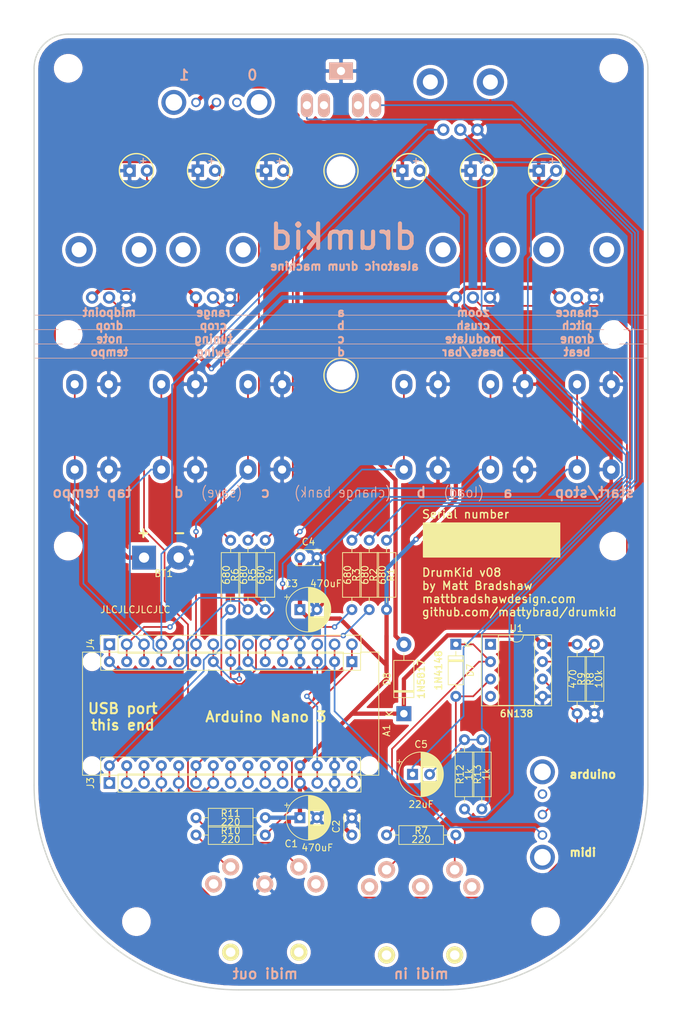
<source format=kicad_pcb>
(kicad_pcb (version 20171130) (host pcbnew "(5.1.5)-3")
  (layers (0 F.Cu signal) (31 B.Cu signal) (34 B.Paste user) (35 F.Paste user) (36 B.SilkS user) (37 F.SilkS user) (38 B.Mask user) (39 F.Mask user) (44 Edge.Cuts user))
  (net 0 "")
  (net 1 GND)
  (net 2 "Net-(J9-PadRN)")
  (net 3 "Net-(J9-PadTN)")
  (net 4 /ANALOG_3)
  (net 5 /ANALOG_1)
  (net 6 /ANALOG_2)
  (net 7 "Net-(R9-Pad2)")
  (net 8 /ANALOG_0)
  (net 9 "Net-(BT1-Pad1)")
  (net 10 "Net-(D5-Pad2)")
  (net 11 /DIGITAL_5)
  (net 12 "Net-(D6-Pad2)")
  (net 13 /DIGITAL_6)
  (net 14 /DIGITAL_9)
  (net 15 /DIGITAL_2)
  (net 16 "Net-(D2-Pad2)")
  (net 17 "Net-(D3-Pad2)")
  (net 18 /DIGITAL_3)
  (net 19 /DIGITAL_4)
  (net 20 "Net-(D4-Pad2)")
  (net 21 /DIGITAL_0)
  (net 22 /DIGITAL_10)
  (net 23 /DIGITAL_1)
  (net 24 /DIGITAL_11)
  (net 25 /DIGITAL_12)
  (net 26 /DIGITAL_13)
  (net 27 /DIGITAL_7)
  (net 28 /ANALOG_4)
  (net 29 /DIGITAL_8)
  (net 30 /ANALOG_5)
  (net 31 "Net-(J2-Pad4)")
  (net 32 "Net-(U1-Pad1)")
  (net 33 "Net-(D1-Pad2)")
  (net 34 "Net-(U1-Pad4)")
  (net 35 "Net-(J2-Pad1)")
  (net 36 "Net-(J2-Pad3)")
  (net 37 "Net-(D7-Pad2)")
  (net 38 "Net-(J9-PadR)")
  (net 39 VCC)
  (net 40 "Net-(J2-Pad5)")
  (net 41 "Net-(R8-Pad2)")
  (net 42 "Net-(J1-Pad4)")
  (net 43 "Net-(D7-Pad1)")
  (net 44 "Net-(J1-Pad1)")
  (net 45 "Net-(J1-Pad2)")
  (net 46 "Net-(J1-Pad3)")
  (net 47 "Net-(SW8-Pad3)")
  (net 48 /3V3)
  (net 49 /AREF)
  (net 50 /RESET)
  (net 51 /ANALOG_6)
  (net 52 /ANALOG_7)
  (net 53 +9V)
  (net 54 "Net-(D8-Pad2)")
  (net 55 "Net-(SW7-Pad3)")
  (net 56 "Net-(C5-Pad2)")
  (net 57 "Net-(C5-Pad1)")
  (net 58 "Net-(J9-PadT)")
  (module drumkidcustom:EG1206 (layer F.Cu) (at 129.54 147.32 90)
    (fp_text reference SW8)
    (fp_text value SW_SPDT hide)
    (pad 1 thru_hole circle (at 0 0 90) (size 1.4 1.4) (drill 0.9) (layers *.Cu *.Mask) (net 21 /DIGITAL_0))
    (pad 2 thru_hole circle (at 3 0 90) (size 1.4 1.4) (drill 0.9) (layers *.Cu *.Mask) (net 7 "Net-(R9-Pad2)"))
    (pad 3 thru_hole circle (at 6 0 90) (size 1.4 1.4) (drill 0.9) (layers *.Cu *.Mask) (net 47 "Net-(SW8-Pad3)"))
    (pad MH1 thru_hole circle (at -3.25 0 90) (size 3.653 3.653) (drill 2.4352) (layers *.Cu *.Mask))
    (pad MH2 thru_hole circle (at 9.25 0 90) (size 3.653 3.653) (drill 2.4352) (layers *.Cu *.Mask))
  )
  (module drumkidcustom:R_Axial_DIN0207_L6.3mm_D2.5mm_P10.16mm_Horizontal (layer F.Cu) (at 120.65 143.51 90)
    (fp_text reference R13 (at 5.08 -0.635 90) (layer F.SilkS))
    (fp_text value 1k (at 5.08 0.635 90) (layer F.SilkS))
    (pad 2 thru_hole oval (at 10.16 0 90) (size 1.6 1.6) (drill 0.8) (layers *.Cu *.Mask) (net 56 "Net-(C5-Pad2)"))
    (pad 1 thru_hole circle (at 0 0 90) (size 1.6 1.6) (drill 0.8) (layers *.Cu *.Mask) (net 38 "Net-(J9-PadR)"))
  )
  (module drumkidcustom:R_Axial_DIN0207_L6.3mm_D2.5mm_P10.16mm_Horizontal (layer F.Cu) (at 118.11 143.51 90)
    (fp_text reference R12 (at 5.08 -0.635 90) (layer F.SilkS))
    (fp_text value 1k (at 5.08 0.635 90) (layer F.SilkS))
    (pad 2 thru_hole oval (at 10.16 0 90) (size 1.6 1.6) (drill 0.8) (layers *.Cu *.Mask) (net 56 "Net-(C5-Pad2)"))
    (pad 1 thru_hole circle (at 0 0 90) (size 1.6 1.6) (drill 0.8) (layers *.Cu *.Mask) (net 58 "Net-(J9-PadT)"))
  )
  (module drumkidcustom:CP_Radial_D6.3mm_P2.50mm (layer F.Cu) (at 110.49 138.43)
    (fp_text reference C5 (at 1.25 -4.4) (layer F.SilkS))
    (fp_text value 22uF (at 1.25 4.4) (layer F.SilkS))
    (pad 1 thru_hole rect (at 0 0) (size 1.6 1.6) (drill 0.8) (layers *.Cu *.Mask) (net 57 "Net-(C5-Pad1)"))
    (pad 2 thru_hole circle (at 2.5 0) (size 1.6 1.6) (drill 0.8) (layers *.Cu *.Mask) (net 56 "Net-(C5-Pad2)"))
  )
  (module drumkidcustom:MountingHole_3.2mm_M3 (layer B.Cu) (at 60 74)
    (fp_text reference H9)
    (fp_text value MountingHole)
    (pad 1 np_thru_hole circle (at 0 0) (size 3.2 3.2) (drill 3.2) (layers *.Cu *.Mask))
  )
  (module drumkidcustom:MountingHole_3.2mm_M3 (layer B.Cu) (at 140 74)
    (fp_text reference H10)
    (fp_text value MountingHole)
    (pad 1 np_thru_hole circle (at 0 0) (size 3.2 3.2) (drill 3.2) (layers *.Cu *.Mask))
  )
  (module Capacitor_THT:CP_Radial_D6.3mm_P2.50mm (layer F.Cu) (at 93.98 144.78)
    (fp_text reference C1 (at -1.27 3.81) (layer F.SilkS))
    (fp_text value 470uF (at 2.54 4.4) (layer F.SilkS))
    (pad 2 thru_hole circle (at 2.5 0) (size 1.6 1.6) (drill 0.8) (layers *.Cu *.Mask) (net 1 GND))
    (pad 1 thru_hole rect (at 0 0) (size 1.6 1.6) (drill 0.8) (layers *.Cu *.Mask) (net 39 VCC))
  )
  (module Capacitor_THT:CP_Radial_D6.3mm_P2.50mm (layer F.Cu) (at 93.98 114.3)
    (fp_text reference C3 (at -1.27 -3.81) (layer F.SilkS))
    (fp_text value 470uF (at 3.81 -3.81) (layer F.SilkS))
    (pad 1 thru_hole rect (at 0 0) (size 1.6 1.6) (drill 0.8) (layers *.Cu *.Mask) (net 39 VCC))
    (pad 2 thru_hole circle (at 2.5 0) (size 1.6 1.6) (drill 0.8) (layers *.Cu *.Mask) (net 1 GND))
  )
  (module Capacitor_THT:C_Disc_D3.4mm_W2.1mm_P2.50mm (layer F.Cu) (at 101.6 147.32 90)
    (fp_text reference C2 (at 1.25 -2.3 90) (layer F.SilkS))
    (fp_text value C)
    (pad 2 thru_hole circle (at 2.5 0 90) (size 1.6 1.6) (drill 0.8) (layers *.Cu *.Mask) (net 1 GND))
    (pad 1 thru_hole circle (at 0 0 90) (size 1.6 1.6) (drill 0.8) (layers *.Cu *.Mask) (net 39 VCC))
  )
  (module Capacitor_THT:C_Disc_D3.4mm_W2.1mm_P2.50mm (layer F.Cu) (at 93.98 106.68)
    (fp_text reference C4 (at 1.25 -2.3) (layer F.SilkS))
    (fp_text value C)
    (pad 1 thru_hole circle (at 0 0) (size 1.6 1.6) (drill 0.8) (layers *.Cu *.Mask) (net 39 VCC))
    (pad 2 thru_hole circle (at 2.5 0) (size 1.6 1.6) (drill 0.8) (layers *.Cu *.Mask) (net 1 GND))
  )
  (module Connector_PinSocket_2.54mm:PinSocket_1x15_P2.54mm_Vertical (layer F.Cu) (at 66.04 139.7 90)
    (fp_text reference J3 (at 0 -2.77 90) (layer F.SilkS))
    (fp_text value Conn_01x15)
    (pad 15 thru_hole oval (at 0 35.56 90) (size 1.7 1.7) (drill 1) (layers *.Cu *.Mask) (net 53 +9V))
    (pad 14 thru_hole oval (at 0 33.02 90) (size 1.7 1.7) (drill 1) (layers *.Cu *.Mask) (net 1 GND))
    (pad 13 thru_hole oval (at 0 30.48 90) (size 1.7 1.7) (drill 1) (layers *.Cu *.Mask) (net 50 /RESET))
    (pad 12 thru_hole oval (at 0 27.94 90) (size 1.7 1.7) (drill 1) (layers *.Cu *.Mask) (net 39 VCC))
    (pad 11 thru_hole oval (at 0 25.4 90) (size 1.7 1.7) (drill 1) (layers *.Cu *.Mask) (net 52 /ANALOG_7))
    (pad 10 thru_hole oval (at 0 22.86 90) (size 1.7 1.7) (drill 1) (layers *.Cu *.Mask) (net 51 /ANALOG_6))
    (pad 9 thru_hole oval (at 0 20.32 90) (size 1.7 1.7) (drill 1) (layers *.Cu *.Mask) (net 30 /ANALOG_5))
    (pad 8 thru_hole oval (at 0 17.78 90) (size 1.7 1.7) (drill 1) (layers *.Cu *.Mask) (net 28 /ANALOG_4))
    (pad 7 thru_hole oval (at 0 15.24 90) (size 1.7 1.7) (drill 1) (layers *.Cu *.Mask) (net 4 /ANALOG_3))
    (pad 6 thru_hole oval (at 0 12.7 90) (size 1.7 1.7) (drill 1) (layers *.Cu *.Mask) (net 6 /ANALOG_2))
    (pad 5 thru_hole oval (at 0 10.16 90) (size 1.7 1.7) (drill 1) (layers *.Cu *.Mask) (net 5 /ANALOG_1))
    (pad 4 thru_hole oval (at 0 7.62 90) (size 1.7 1.7) (drill 1) (layers *.Cu *.Mask) (net 8 /ANALOG_0))
    (pad 3 thru_hole oval (at 0 5.08 90) (size 1.7 1.7) (drill 1) (layers *.Cu *.Mask) (net 49 /AREF))
    (pad 2 thru_hole oval (at 0 2.54 90) (size 1.7 1.7) (drill 1) (layers *.Cu *.Mask) (net 48 /3V3))
    (pad 1 thru_hole rect (at 0 0 90) (size 1.7 1.7) (drill 1) (layers *.Cu *.Mask) (net 26 /DIGITAL_13))
  )
  (module Connector_PinSocket_2.54mm:PinSocket_1x15_P2.54mm_Vertical (layer F.Cu) (at 66.04 119.38 90)
    (fp_text reference J4 (at 0 -2.77 90) (layer F.SilkS))
    (fp_text value Conn_01x15)
    (pad 1 thru_hole rect (at 0 0 90) (size 1.7 1.7) (drill 1) (layers *.Cu *.Mask) (net 25 /DIGITAL_12))
    (pad 2 thru_hole oval (at 0 2.54 90) (size 1.7 1.7) (drill 1) (layers *.Cu *.Mask) (net 24 /DIGITAL_11))
    (pad 3 thru_hole oval (at 0 5.08 90) (size 1.7 1.7) (drill 1) (layers *.Cu *.Mask) (net 22 /DIGITAL_10))
    (pad 4 thru_hole oval (at 0 7.62 90) (size 1.7 1.7) (drill 1) (layers *.Cu *.Mask) (net 14 /DIGITAL_9))
    (pad 5 thru_hole oval (at 0 10.16 90) (size 1.7 1.7) (drill 1) (layers *.Cu *.Mask) (net 29 /DIGITAL_8))
    (pad 6 thru_hole oval (at 0 12.7 90) (size 1.7 1.7) (drill 1) (layers *.Cu *.Mask) (net 27 /DIGITAL_7))
    (pad 7 thru_hole oval (at 0 15.24 90) (size 1.7 1.7) (drill 1) (layers *.Cu *.Mask) (net 13 /DIGITAL_6))
    (pad 8 thru_hole oval (at 0 17.78 90) (size 1.7 1.7) (drill 1) (layers *.Cu *.Mask) (net 11 /DIGITAL_5))
    (pad 9 thru_hole oval (at 0 20.32 90) (size 1.7 1.7) (drill 1) (layers *.Cu *.Mask) (net 19 /DIGITAL_4))
    (pad 10 thru_hole oval (at 0 22.86 90) (size 1.7 1.7) (drill 1) (layers *.Cu *.Mask) (net 18 /DIGITAL_3))
    (pad 11 thru_hole oval (at 0 25.4 90) (size 1.7 1.7) (drill 1) (layers *.Cu *.Mask) (net 15 /DIGITAL_2))
    (pad 12 thru_hole oval (at 0 27.94 90) (size 1.7 1.7) (drill 1) (layers *.Cu *.Mask) (net 1 GND))
    (pad 13 thru_hole oval (at 0 30.48 90) (size 1.7 1.7) (drill 1) (layers *.Cu *.Mask) (net 50 /RESET))
    (pad 14 thru_hole oval (at 0 33.02 90) (size 1.7 1.7) (drill 1) (layers *.Cu *.Mask) (net 21 /DIGITAL_0))
    (pad 15 thru_hole oval (at 0 35.56 90) (size 1.7 1.7) (drill 1) (layers *.Cu *.Mask) (net 23 /DIGITAL_1))
  )
  (module Diode_THT:D_DO-35_SOD27_P7.62mm_Horizontal (layer F.Cu) (at 116.84 119.38 270)
    (fp_text reference D7 (at 3.81 -2.12 270) (layer F.SilkS))
    (fp_text value 1N4148)
    (fp_text user K (at 0 -1.8 270) (layer F.SilkS))
    (pad 1 thru_hole rect (at 0 0 270) (size 1.6 1.6) (drill 0.8) (layers *.Cu *.Mask) (net 43 "Net-(D7-Pad1)"))
    (pad 2 thru_hole oval (at 7.62 0 270) (size 1.6 1.6) (drill 0.8) (layers *.Cu *.Mask) (net 37 "Net-(D7-Pad2)"))
  )
  (module Diode_THT:D_DO-41_SOD81_P10.16mm_Horizontal (layer F.Cu) (at 109.22 129.54 90)
    (fp_text reference D8 (at 5.08 -2.47 90) (layer F.SilkS))
    (fp_text value 1N5817)
    (fp_text user K (at 0 -2.1 90) (layer F.SilkS))
    (pad 1 thru_hole rect (at 0 0 90) (size 2.2 2.2) (drill 1.1) (layers *.Cu *.Mask) (net 39 VCC))
    (pad 2 thru_hole oval (at 10.16 0 90) (size 2.2 2.2) (drill 1.1) (layers *.Cu *.Mask) (net 54 "Net-(D8-Pad2)"))
  )
  (module Module:Arduino_Nano_WithMountingHoles (layer F.Cu) (at 101.6 121.92 270)
    (fp_text reference A1 (at 10.08 -5.08 270) (layer F.SilkS))
    (fp_text value Arduino_Nano_v3.x)
    (pad 1 thru_hole rect (at 0 0 270) (size 1.6 1.6) (drill 0.8) (layers *.Cu *.Mask) (net 23 /DIGITAL_1))
    (pad 17 thru_hole oval (at 15.24 33.02 270) (size 1.6 1.6) (drill 0.8) (layers *.Cu *.Mask) (net 48 /3V3))
    (pad 2 thru_hole oval (at 0 2.54 270) (size 1.6 1.6) (drill 0.8) (layers *.Cu *.Mask) (net 21 /DIGITAL_0))
    (pad 18 thru_hole oval (at 15.24 30.48 270) (size 1.6 1.6) (drill 0.8) (layers *.Cu *.Mask) (net 49 /AREF))
    (pad 3 thru_hole oval (at 0 5.08 270) (size 1.6 1.6) (drill 0.8) (layers *.Cu *.Mask) (net 50 /RESET))
    (pad 19 thru_hole oval (at 15.24 27.94 270) (size 1.6 1.6) (drill 0.8) (layers *.Cu *.Mask) (net 8 /ANALOG_0))
    (pad 4 thru_hole oval (at 0 7.62 270) (size 1.6 1.6) (drill 0.8) (layers *.Cu *.Mask) (net 1 GND))
    (pad 20 thru_hole oval (at 15.24 25.4 270) (size 1.6 1.6) (drill 0.8) (layers *.Cu *.Mask) (net 5 /ANALOG_1))
    (pad 5 thru_hole oval (at 0 10.16 270) (size 1.6 1.6) (drill 0.8) (layers *.Cu *.Mask) (net 15 /DIGITAL_2))
    (pad 21 thru_hole oval (at 15.24 22.86 270) (size 1.6 1.6) (drill 0.8) (layers *.Cu *.Mask) (net 6 /ANALOG_2))
    (pad 6 thru_hole oval (at 0 12.7 270) (size 1.6 1.6) (drill 0.8) (layers *.Cu *.Mask) (net 18 /DIGITAL_3))
    (pad 22 thru_hole oval (at 15.24 20.32 270) (size 1.6 1.6) (drill 0.8) (layers *.Cu *.Mask) (net 4 /ANALOG_3))
    (pad 7 thru_hole oval (at 0 15.24 270) (size 1.6 1.6) (drill 0.8) (layers *.Cu *.Mask) (net 19 /DIGITAL_4))
    (pad 23 thru_hole oval (at 15.24 17.78 270) (size 1.6 1.6) (drill 0.8) (layers *.Cu *.Mask) (net 28 /ANALOG_4))
    (pad 8 thru_hole oval (at 0 17.78 270) (size 1.6 1.6) (drill 0.8) (layers *.Cu *.Mask) (net 11 /DIGITAL_5))
    (pad 24 thru_hole oval (at 15.24 15.24 270) (size 1.6 1.6) (drill 0.8) (layers *.Cu *.Mask) (net 30 /ANALOG_5))
    (pad 9 thru_hole oval (at 0 20.32 270) (size 1.6 1.6) (drill 0.8) (layers *.Cu *.Mask) (net 13 /DIGITAL_6))
    (pad 25 thru_hole oval (at 15.24 12.7 270) (size 1.6 1.6) (drill 0.8) (layers *.Cu *.Mask) (net 51 /ANALOG_6))
    (pad 10 thru_hole oval (at 0 22.86 270) (size 1.6 1.6) (drill 0.8) (layers *.Cu *.Mask) (net 27 /DIGITAL_7))
    (pad 26 thru_hole oval (at 15.24 10.16 270) (size 1.6 1.6) (drill 0.8) (layers *.Cu *.Mask) (net 52 /ANALOG_7))
    (pad 11 thru_hole oval (at 0 25.4 270) (size 1.6 1.6) (drill 0.8) (layers *.Cu *.Mask) (net 29 /DIGITAL_8))
    (pad 27 thru_hole oval (at 15.24 7.62 270) (size 1.6 1.6) (drill 0.8) (layers *.Cu *.Mask) (net 39 VCC))
    (pad 12 thru_hole oval (at 0 27.94 270) (size 1.6 1.6) (drill 0.8) (layers *.Cu *.Mask) (net 14 /DIGITAL_9))
    (pad 28 thru_hole oval (at 15.24 5.08 270) (size 1.6 1.6) (drill 0.8) (layers *.Cu *.Mask) (net 50 /RESET))
    (pad 13 thru_hole oval (at 0 30.48 270) (size 1.6 1.6) (drill 0.8) (layers *.Cu *.Mask) (net 22 /DIGITAL_10))
    (pad 29 thru_hole oval (at 15.24 2.54 270) (size 1.6 1.6) (drill 0.8) (layers *.Cu *.Mask) (net 1 GND))
    (pad 14 thru_hole oval (at 0 33.02 270) (size 1.6 1.6) (drill 0.8) (layers *.Cu *.Mask) (net 24 /DIGITAL_11))
    (pad 30 thru_hole oval (at 15.24 0 270) (size 1.6 1.6) (drill 0.8) (layers *.Cu *.Mask) (net 53 +9V))
    (pad 15 thru_hole oval (at 0 35.56 270) (size 1.6 1.6) (drill 0.8) (layers *.Cu *.Mask) (net 25 /DIGITAL_12))
    (pad 16 thru_hole oval (at 15.24 35.56 270) (size 1.6 1.6) (drill 0.8) (layers *.Cu *.Mask) (net 26 /DIGITAL_13))
    (pad "" np_thru_hole circle (at 0 -2.54 270) (size 1.78 1.78) (drill 1.78) (layers *.Cu *.Mask))
    (pad "" np_thru_hole circle (at 15.24 -2.54 270) (size 1.78 1.78) (drill 1.78) (layers *.Cu *.Mask))
    (pad "" np_thru_hole circle (at 15.24 38.1 270) (size 1.78 1.78) (drill 1.78) (layers *.Cu *.Mask))
    (pad "" np_thru_hole circle (at 0 38.1 270) (size 1.78 1.78) (drill 1.78) (layers *.Cu *.Mask))
  )
  (module drumkidcustom:EG1206 (layer B.Cu) (at 78.74 40)
    (fp_text reference SW7)
    (fp_text value SW_SPDT hide)
    (pad MH2 thru_hole circle (at 9.25 0) (size 3.653 3.653) (drill 2.4352) (layers *.Cu *.Mask))
    (pad MH1 thru_hole circle (at -3.25 0) (size 3.653 3.653) (drill 2.4352) (layers *.Cu *.Mask))
    (pad 3 thru_hole circle (at 6 0) (size 1.4 1.4) (drill 0.9) (layers *.Cu *.Mask) (net 55 "Net-(SW7-Pad3)"))
    (pad 2 thru_hole circle (at 3 0) (size 1.4 1.4) (drill 0.9) (layers *.Cu *.Mask) (net 9 "Net-(BT1-Pad1)"))
    (pad 1 thru_hole circle (at 0 0) (size 1.4 1.4) (drill 0.9) (layers *.Cu *.Mask) (net 54 "Net-(D8-Pad2)"))
  )
  (module drumkidcustom:LED_D5.0mm (layer B.Cu) (at 129 50)
    (fp_text reference D1)
    (fp_text value LED)
    (pad 1 thru_hole rect (at 0 0) (size 1.8 1.8) (drill 0.9) (layers *.Cu *.Mask) (net 1 GND))
    (pad 2 thru_hole circle (at 2.54 0) (size 1.8 1.8) (drill 0.9) (layers *.Cu *.Mask) (net 33 "Net-(D1-Pad2)"))
  )
  (module drumkidcustom:MIDI_DIN5 (layer F.Cu) (at 111.67618 157.8991)
    (fp_text reference J1)
    (fp_text value DIN-5_180degree)
    (pad "" np_thru_hole circle (at -5.00126 6.9977) (size 2.49936 2.49936) (drill 1.397) (layers *.Cu *.Mask F.SilkS))
    (pad "" np_thru_hole circle (at 5.00126 6.9977) (size 2.49936 2.49936) (drill 1.397) (layers *.Cu *.Mask F.SilkS))
    (pad 5 thru_hole circle (at -4.99618 -5.4991) (size 2.49936 2.49936) (drill 1.397) (layers *.Cu *.SilkS *.Mask) (net 37 "Net-(D7-Pad2)"))
    (pad 1 thru_hole circle (at 7.49808 -2.9972) (size 2.49936 2.49936) (drill 1.397) (layers *.Cu *.SilkS *.Mask) (net 44 "Net-(J1-Pad1)"))
    (pad 2 thru_hole circle (at 0 -2.99974) (size 2.49936 2.49936) (drill 1.397) (layers *.Cu *.SilkS *.Mask) (net 45 "Net-(J1-Pad2)"))
    (pad 4 thru_hole circle (at 4.99618 -5.4991) (size 2.49936 2.49936) (drill 1.397) (layers *.Cu *.SilkS *.Mask) (net 42 "Net-(J1-Pad4)"))
    (pad 3 thru_hole circle (at -7.49808 -2.9972) (size 2.49936 2.49936) (drill 1.397) (layers *.Cu *.SilkS *.Mask) (net 46 "Net-(J1-Pad3)"))
  )
  (module drumkidcustom:SW_PUSH-12mm_Wuerth-430476085716 (layer B.Cu) (at 134.62 81.28 270)
    (fp_text reference SW1)
    (fp_text value SW_Push)
    (pad 1 thru_hole oval (at 12.5 0 270) (size 3 2.5) (drill 1.2) (layers *.Cu *.Mask) (net 19 /DIGITAL_4))
    (pad 2 thru_hole oval (at 12.5 -5 270) (size 3 2.5) (drill 1.2) (layers *.Cu *.Mask) (net 1 GND))
    (pad 1 thru_hole oval (at 0 0 270) (size 3 2.5) (drill 1.2) (layers *.Cu *.Mask) (net 19 /DIGITAL_4))
    (pad 2 thru_hole oval (at 0 -5 270) (size 3 2.5) (drill 1.2) (layers *.Cu *.Mask) (net 1 GND))
  )
  (module drumkidcustom:SW_PUSH-12mm_Wuerth-430476085716 (layer B.Cu) (at 73.66 81.28 270)
    (fp_text reference SW5)
    (fp_text value SW_Push)
    (pad 2 thru_hole oval (at 0 -5 270) (size 3 2.5) (drill 1.2) (layers *.Cu *.Mask) (net 1 GND))
    (pad 1 thru_hole oval (at 0 0 270) (size 3 2.5) (drill 1.2) (layers *.Cu *.Mask) (net 29 /DIGITAL_8))
    (pad 2 thru_hole oval (at 12.5 -5 270) (size 3 2.5) (drill 1.2) (layers *.Cu *.Mask) (net 1 GND))
    (pad 1 thru_hole oval (at 12.5 0 270) (size 3 2.5) (drill 1.2) (layers *.Cu *.Mask) (net 29 /DIGITAL_8))
  )
  (module drumkidcustom:SW_PUSH-12mm_Wuerth-430476085716 (layer B.Cu) (at 121.92 81.28 270)
    (fp_text reference SW2)
    (fp_text value SW_Push)
    (pad 1 thru_hole oval (at 12.5 0 270) (size 3 2.5) (drill 1.2) (layers *.Cu *.Mask) (net 11 /DIGITAL_5))
    (pad 2 thru_hole oval (at 12.5 -5 270) (size 3 2.5) (drill 1.2) (layers *.Cu *.Mask) (net 1 GND))
    (pad 1 thru_hole oval (at 0 0 270) (size 3 2.5) (drill 1.2) (layers *.Cu *.Mask) (net 11 /DIGITAL_5))
    (pad 2 thru_hole oval (at 0 -5 270) (size 3 2.5) (drill 1.2) (layers *.Cu *.Mask) (net 1 GND))
  )
  (module drumkidcustom:SW_PUSH-12mm_Wuerth-430476085716 (layer B.Cu) (at 109.22 81.28 270)
    (fp_text reference SW3)
    (fp_text value SW_Push)
    (pad 2 thru_hole oval (at 0 -5 270) (size 3 2.5) (drill 1.2) (layers *.Cu *.Mask) (net 1 GND))
    (pad 1 thru_hole oval (at 0 0 270) (size 3 2.5) (drill 1.2) (layers *.Cu *.Mask) (net 13 /DIGITAL_6))
    (pad 2 thru_hole oval (at 12.5 -5 270) (size 3 2.5) (drill 1.2) (layers *.Cu *.Mask) (net 1 GND))
    (pad 1 thru_hole oval (at 12.5 0 270) (size 3 2.5) (drill 1.2) (layers *.Cu *.Mask) (net 13 /DIGITAL_6))
  )
  (module drumkidcustom:SW_PUSH-12mm_Wuerth-430476085716 (layer B.Cu) (at 60.96 81.28 270)
    (fp_text reference SW6)
    (fp_text value SW_Push)
    (pad 1 thru_hole oval (at 12.5 0 270) (size 3 2.5) (drill 1.2) (layers *.Cu *.Mask) (net 22 /DIGITAL_10))
    (pad 2 thru_hole oval (at 12.5 -5 270) (size 3 2.5) (drill 1.2) (layers *.Cu *.Mask) (net 1 GND))
    (pad 1 thru_hole oval (at 0 0 270) (size 3 2.5) (drill 1.2) (layers *.Cu *.Mask) (net 22 /DIGITAL_10))
    (pad 2 thru_hole oval (at 0 -5 270) (size 3 2.5) (drill 1.2) (layers *.Cu *.Mask) (net 1 GND))
  )
  (module drumkidcustom:SW_PUSH-12mm_Wuerth-430476085716 (layer B.Cu) (at 86.36 81.28 270)
    (fp_text reference SW4)
    (fp_text value SW_Push)
    (pad 2 thru_hole oval (at 0 -5 270) (size 3 2.5) (drill 1.2) (layers *.Cu *.Mask) (net 1 GND))
    (pad 1 thru_hole oval (at 0 0 270) (size 3 2.5) (drill 1.2) (layers *.Cu *.Mask) (net 27 /DIGITAL_7))
    (pad 2 thru_hole oval (at 12.5 -5 270) (size 3 2.5) (drill 1.2) (layers *.Cu *.Mask) (net 1 GND))
    (pad 1 thru_hole oval (at 12.5 0 270) (size 3 2.5) (drill 1.2) (layers *.Cu *.Mask) (net 27 /DIGITAL_7))
  )
  (module drumkidcustom:LED_D5.0mm (layer B.Cu) (at 109 50)
    (fp_text reference D3)
    (fp_text value LED)
    (pad 2 thru_hole circle (at 2.54 0) (size 1.8 1.8) (drill 0.9) (layers *.Cu *.Mask) (net 17 "Net-(D3-Pad2)"))
    (pad 1 thru_hole rect (at 0 0) (size 1.8 1.8) (drill 0.9) (layers *.Cu *.Mask) (net 1 GND))
  )
  (module drumkidcustom:LED_D5.0mm (layer B.Cu) (at 69 50)
    (fp_text reference D6)
    (fp_text value LED)
    (pad 1 thru_hole rect (at 0 0) (size 1.8 1.8) (drill 0.9) (layers *.Cu *.Mask) (net 1 GND))
    (pad 2 thru_hole circle (at 2.54 0) (size 1.8 1.8) (drill 0.9) (layers *.Cu *.Mask) (net 12 "Net-(D6-Pad2)"))
  )
  (module drumkidcustom:LED_D5.0mm (layer B.Cu) (at 79 50)
    (fp_text reference D5)
    (fp_text value LED)
    (pad 2 thru_hole circle (at 2.54 0) (size 1.8 1.8) (drill 0.9) (layers *.Cu *.Mask) (net 10 "Net-(D5-Pad2)"))
    (pad 1 thru_hole rect (at 0 0) (size 1.8 1.8) (drill 0.9) (layers *.Cu *.Mask) (net 1 GND))
  )
  (module drumkidcustom:LED_D5.0mm (layer B.Cu) (at 119 50)
    (fp_text reference D2)
    (fp_text value LED)
    (pad 1 thru_hole rect (at 0 0) (size 1.8 1.8) (drill 0.9) (layers *.Cu *.Mask) (net 1 GND))
    (pad 2 thru_hole circle (at 2.54 0) (size 1.8 1.8) (drill 0.9) (layers *.Cu *.Mask) (net 16 "Net-(D2-Pad2)"))
  )
  (module drumkidcustom:LED_D5.0mm (layer B.Cu) (at 89 50)
    (fp_text reference D4)
    (fp_text value LED)
    (pad 2 thru_hole circle (at 2.54 0) (size 1.8 1.8) (drill 0.9) (layers *.Cu *.Mask) (net 20 "Net-(D4-Pad2)"))
    (pad 1 thru_hole rect (at 0 0) (size 1.8 1.8) (drill 0.9) (layers *.Cu *.Mask) (net 1 GND))
  )
  (module drumkidcustom:R_Axial_DIN0207_L6.3mm_D2.5mm_P10.16mm_Horizontal (layer F.Cu) (at 86.36 104.14 270)
    (fp_text reference R5 (at 5.08 -0.635 270) (layer F.SilkS))
    (fp_text value 680 (at 5.08 0.635 270) (layer F.SilkS))
    (pad 2 thru_hole oval (at 10.16 0 270) (size 1.6 1.6) (drill 0.8) (layers *.Cu *.Mask) (net 25 /DIGITAL_12))
    (pad 1 thru_hole circle (at 0 0 270) (size 1.6 1.6) (drill 0.8) (layers *.Cu *.Mask) (net 10 "Net-(D5-Pad2)"))
  )
  (module drumkidcustom:R_Axial_DIN0207_L6.3mm_D2.5mm_P10.16mm_Horizontal (layer F.Cu) (at 78.74 144.78)
    (fp_text reference R11 (at 5.08 -0.635) (layer F.SilkS))
    (fp_text value 220 (at 5.08 0.635) (layer F.SilkS))
    (pad 2 thru_hole oval (at 10.16 0) (size 1.6 1.6) (drill 0.8) (layers *.Cu *.Mask) (net 39 VCC))
    (pad 1 thru_hole circle (at 0 0) (size 1.6 1.6) (drill 0.8) (layers *.Cu *.Mask) (net 31 "Net-(J2-Pad4)"))
  )
  (module drumkidcustom:R_Axial_DIN0207_L6.3mm_D2.5mm_P10.16mm_Horizontal (layer F.Cu) (at 78.74 147.32)
    (fp_text reference R10 (at 5.08 -0.635) (layer F.SilkS))
    (fp_text value 220 (at 5.08 0.635) (layer F.SilkS))
    (pad 1 thru_hole circle (at 0 0) (size 1.6 1.6) (drill 0.8) (layers *.Cu *.Mask) (net 40 "Net-(J2-Pad5)"))
    (pad 2 thru_hole oval (at 10.16 0) (size 1.6 1.6) (drill 0.8) (layers *.Cu *.Mask) (net 23 /DIGITAL_1))
  )
  (module drumkidcustom:R_Axial_DIN0207_L6.3mm_D2.5mm_P10.16mm_Horizontal (layer F.Cu) (at 134.62 119.38 270)
    (fp_text reference R9 (at 5.08 -0.635 270) (layer F.SilkS))
    (fp_text value 470 (at 5.08 0.635 270) (layer F.SilkS))
    (pad 2 thru_hole oval (at 10.16 0 270) (size 1.6 1.6) (drill 0.8) (layers *.Cu *.Mask) (net 7 "Net-(R9-Pad2)"))
    (pad 1 thru_hole circle (at 0 0 270) (size 1.6 1.6) (drill 0.8) (layers *.Cu *.Mask) (net 39 VCC))
  )
  (module drumkidcustom:R_Axial_DIN0207_L6.3mm_D2.5mm_P10.16mm_Horizontal (layer F.Cu) (at 137.16 129.54 90)
    (fp_text reference R8 (at 5.08 -0.635 90) (layer F.SilkS))
    (fp_text value 10k (at 5.08 0.635 90) (layer F.SilkS))
    (pad 1 thru_hole circle (at 0 0 90) (size 1.6 1.6) (drill 0.8) (layers *.Cu *.Mask) (net 1 GND))
    (pad 2 thru_hole oval (at 10.16 0 90) (size 1.6 1.6) (drill 0.8) (layers *.Cu *.Mask) (net 41 "Net-(R8-Pad2)"))
  )
  (module drumkidcustom:R_Axial_DIN0207_L6.3mm_D2.5mm_P10.16mm_Horizontal (layer F.Cu) (at 83.82 104.14 270)
    (fp_text reference R6 (at 5.08 -0.635 270) (layer F.SilkS))
    (fp_text value 680 (at 5.08 0.635 270) (layer F.SilkS))
    (pad 2 thru_hole oval (at 10.16 0 270) (size 1.6 1.6) (drill 0.8) (layers *.Cu *.Mask) (net 26 /DIGITAL_13))
    (pad 1 thru_hole circle (at 0 0 270) (size 1.6 1.6) (drill 0.8) (layers *.Cu *.Mask) (net 12 "Net-(D6-Pad2)"))
  )
  (module drumkidcustom:R_Axial_DIN0207_L6.3mm_D2.5mm_P10.16mm_Horizontal (layer F.Cu) (at 101.6 104.14 270)
    (fp_text reference R3 (at 5.08 -0.635 270) (layer F.SilkS))
    (fp_text value 680 (at 5.08 0.635 270) (layer F.SilkS))
    (pad 1 thru_hole circle (at 0 0 270) (size 1.6 1.6) (drill 0.8) (layers *.Cu *.Mask) (net 17 "Net-(D3-Pad2)"))
    (pad 2 thru_hole oval (at 10.16 0 270) (size 1.6 1.6) (drill 0.8) (layers *.Cu *.Mask) (net 18 /DIGITAL_3))
  )
  (module drumkidcustom:R_Axial_DIN0207_L6.3mm_D2.5mm_P10.16mm_Horizontal (layer F.Cu) (at 104.14 104.14 270)
    (fp_text reference R2 (at 5.08 -0.635 270) (layer F.SilkS))
    (fp_text value 680 (at 5.08 0.635 270) (layer F.SilkS))
    (pad 2 thru_hole oval (at 10.16 0 270) (size 1.6 1.6) (drill 0.8) (layers *.Cu *.Mask) (net 15 /DIGITAL_2))
    (pad 1 thru_hole circle (at 0 0 270) (size 1.6 1.6) (drill 0.8) (layers *.Cu *.Mask) (net 16 "Net-(D2-Pad2)"))
  )
  (module drumkidcustom:R_Axial_DIN0207_L6.3mm_D2.5mm_P10.16mm_Horizontal (layer F.Cu) (at 106.68 104.14 270)
    (fp_text reference R1 (at 5.08 -0.635 270) (layer F.SilkS))
    (fp_text value 680 (at 5.08 0.635 270) (layer F.SilkS))
    (pad 1 thru_hole circle (at 0 0 270) (size 1.6 1.6) (drill 0.8) (layers *.Cu *.Mask) (net 33 "Net-(D1-Pad2)"))
    (pad 2 thru_hole oval (at 10.16 0 270) (size 1.6 1.6) (drill 0.8) (layers *.Cu *.Mask) (net 39 VCC))
  )
  (module drumkidcustom:R_Axial_DIN0207_L6.3mm_D2.5mm_P10.16mm_Horizontal (layer F.Cu) (at 88.9 104.14 270)
    (fp_text reference R4 (at 5.08 -0.635 270) (layer F.SilkS))
    (fp_text value 680 (at 5.08 0.635 270) (layer F.SilkS))
    (pad 1 thru_hole circle (at 0 0 270) (size 1.6 1.6) (drill 0.8) (layers *.Cu *.Mask) (net 20 "Net-(D4-Pad2)"))
    (pad 2 thru_hole oval (at 10.16 0 270) (size 1.6 1.6) (drill 0.8) (layers *.Cu *.Mask) (net 24 /DIGITAL_11))
  )
  (module drumkidcustom:R_Axial_DIN0207_L6.3mm_D2.5mm_P10.16mm_Horizontal (layer F.Cu) (at 106.68 147.32)
    (fp_text reference R7 (at 5.08 -0.635) (layer F.SilkS))
    (fp_text value 220 (at 5.08 0.635) (layer F.SilkS))
    (pad 2 thru_hole oval (at 10.16 0) (size 1.6 1.6) (drill 0.8) (layers *.Cu *.Mask) (net 42 "Net-(J1-Pad4)"))
    (pad 1 thru_hole circle (at 0 0) (size 1.6 1.6) (drill 0.8) (layers *.Cu *.Mask) (net 43 "Net-(D7-Pad1)"))
  )
  (module drumkidcustom:MIDI_DIN5 (layer F.Cu) (at 88.81618 157.48)
    (fp_text reference J2)
    (fp_text value DIN-5_180degree)
    (pad "" np_thru_hole circle (at -5.00126 6.9977) (size 2.49936 2.49936) (drill 1.397) (layers *.Cu *.Mask F.SilkS))
    (pad "" np_thru_hole circle (at 5.00126 6.9977) (size 2.49936 2.49936) (drill 1.397) (layers *.Cu *.Mask F.SilkS))
    (pad 5 thru_hole circle (at -4.99618 -5.4991) (size 2.49936 2.49936) (drill 1.397) (layers *.Cu *.SilkS *.Mask) (net 40 "Net-(J2-Pad5)"))
    (pad 1 thru_hole circle (at 7.49808 -2.9972) (size 2.49936 2.49936) (drill 1.397) (layers *.Cu *.SilkS *.Mask) (net 35 "Net-(J2-Pad1)"))
    (pad 2 thru_hole circle (at 0 -2.99974) (size 2.49936 2.49936) (drill 1.397) (layers *.Cu *.SilkS *.Mask) (net 1 GND))
    (pad 4 thru_hole circle (at 4.99618 -5.4991) (size 2.49936 2.49936) (drill 1.397) (layers *.Cu *.SilkS *.Mask) (net 31 "Net-(J2-Pad4)"))
    (pad 3 thru_hole circle (at -7.49808 -2.9972) (size 2.49936 2.49936) (drill 1.397) (layers *.Cu *.SilkS *.Mask) (net 36 "Net-(J2-Pad3)"))
  )
  (module drumkidcustom:MountingHole_3.2mm_M3 (layer F.Cu) (at 60 35)
    (fp_text reference H1)
    (fp_text value MountingHole)
    (pad 1 np_thru_hole circle (at 0 0) (size 3.2 3.2) (drill 3.2) (layers *.Cu *.Mask))
  )
  (module drumkidcustom:MountingHole_3.2mm_M3 (layer F.Cu) (at 100 80)
    (fp_text reference H8)
    (fp_text value MountingHole)
    (pad 1 np_thru_hole circle (at 0 0) (size 3.2 3.2) (drill 3.2) (layers *.Cu *.Mask))
  )
  (module drumkidcustom:MountingHole_3.2mm_M3 (layer F.Cu) (at 100 50)
    (fp_text reference H7)
    (fp_text value MountingHole)
    (pad 1 np_thru_hole circle (at 0 0) (size 3.2 3.2) (drill 3.2) (layers *.Cu *.Mask))
  )
  (module drumkidcustom:MountingHole_3.2mm_M3 (layer F.Cu) (at 140 35)
    (fp_text reference H6)
    (fp_text value MountingHole)
    (pad 1 np_thru_hole circle (at 0 0) (size 3.2 3.2) (drill 3.2) (layers *.Cu *.Mask))
  )
  (module drumkidcustom:MountingHole_3.2mm_M3 (layer F.Cu) (at 140 105)
    (fp_text reference H5)
    (fp_text value MountingHole)
    (pad 1 np_thru_hole circle (at 0 0) (size 3.2 3.2) (drill 3.2) (layers *.Cu *.Mask))
  )
  (module drumkidcustom:MountingHole_3.2mm_M3 (layer F.Cu) (at 130 160)
    (fp_text reference H4)
    (fp_text value MountingHole)
    (pad 1 np_thru_hole circle (at 0 0) (size 3.2 3.2) (drill 3.2) (layers *.Cu *.Mask))
  )
  (module drumkidcustom:MountingHole_3.2mm_M3 (layer F.Cu) (at 70 160)
    (fp_text reference H3)
    (fp_text value MountingHole)
    (pad 1 np_thru_hole circle (at 0 0) (size 3.2 3.2) (drill 3.2) (layers *.Cu *.Mask))
  )
  (module drumkidcustom:MountingHole_3.2mm_M3 (layer F.Cu) (at 60 105)
    (fp_text reference H2)
    (fp_text value MountingHole)
    (pad 1 np_thru_hole circle (at 0 0) (size 3.2 3.2) (drill 3.2) (layers *.Cu *.Mask))
  )
  (module drumkidcustom:Tayda_3.5mm_stereo_TRS_jack_A-853 (layer B.Cu) (at 100 37 180)
    (fp_text reference J9)
    (fp_text value AudioJack3_Ground_Switch)
    (pad S thru_hole rect (at 0 1.596 180) (size 3.5 2.5) (drill 1.2) (layers *.Cu *.Mask B.SilkS) (net 1 GND))
    (pad TN thru_hole oval (at -2.5 -3.41 180) (size 1.75 3.5) (drill 1.2) (layers *.Cu *.Mask B.SilkS) (net 3 "Net-(J9-PadTN)"))
    (pad RN thru_hole oval (at 2.5 -3.41 180) (size 1.75 3.5) (drill 1.2) (layers *.Cu *.Mask B.SilkS) (net 2 "Net-(J9-PadRN)"))
    (pad T thru_hole oval (at -5 -3.41 180) (size 1.75 3.5) (drill 1.2) (layers *.Cu *.Mask B.SilkS) (net 58 "Net-(J9-PadT)"))
    (pad R thru_hole oval (at 5 -3.41 180) (size 1.75 3.5) (drill 1.2) (layers *.Cu *.Mask B.SilkS) (net 38 "Net-(J9-PadR)"))
  )
  (module drumkidcustom:Potentiometer_Alps_RK09K_Single_Vertical (layer B.Cu) (at 115 44 90)
    (fp_text reference RV5)
    (fp_text value 10k)
    (pad 3 thru_hole circle (at 0 5 90) (size 1.8 1.8) (drill 1) (layers *.Cu *.Mask) (net 1 GND))
    (pad 2 thru_hole circle (at 0 2.5 90) (size 1.8 1.8) (drill 1) (layers *.Cu *.Mask) (net 57 "Net-(C5-Pad1)"))
    (pad 1 thru_hole circle (at 0 0 90) (size 1.8 1.8) (drill 1) (layers *.Cu *.Mask) (net 14 /DIGITAL_9))
    (pad "" np_thru_hole circle (at 6.985 6.9 90) (size 4 4) (drill 2.2) (layers *.Cu *.Mask))
    (pad "" np_thru_hole circle (at 7 -1.9 90) (size 4 4) (drill 2.2) (layers *.Cu *.Mask))
  )
  (module drumkidcustom:Potentiometer_Alps_RK09K_Single_Vertical (layer B.Cu) (at 116.84 68.58 90)
    (fp_text reference RV2)
    (fp_text value R_POT)
    (pad 3 thru_hole circle (at 0 5 90) (size 1.8 1.8) (drill 1) (layers *.Cu *.Mask) (net 1 GND))
    (pad 2 thru_hole circle (at 0 2.5 90) (size 1.8 1.8) (drill 1) (layers *.Cu *.Mask) (net 5 /ANALOG_1))
    (pad 1 thru_hole circle (at 0 0 90) (size 1.8 1.8) (drill 1) (layers *.Cu *.Mask) (net 39 VCC))
    (pad "" np_thru_hole circle (at 6.985 6.9 90) (size 4 4) (drill 2.2) (layers *.Cu *.Mask))
    (pad "" np_thru_hole circle (at 7 -1.9 90) (size 4 4) (drill 2.2) (layers *.Cu *.Mask))
  )
  (module drumkidcustom:Potentiometer_Alps_RK09K_Single_Vertical (layer B.Cu) (at 132.08 68.58 90)
    (fp_text reference RV1)
    (fp_text value R_POT)
    (pad 3 thru_hole circle (at 0 5 90) (size 1.8 1.8) (drill 1) (layers *.Cu *.Mask) (net 1 GND))
    (pad 2 thru_hole circle (at 0 2.5 90) (size 1.8 1.8) (drill 1) (layers *.Cu *.Mask) (net 8 /ANALOG_0))
    (pad 1 thru_hole circle (at 0 0 90) (size 1.8 1.8) (drill 1) (layers *.Cu *.Mask) (net 39 VCC))
    (pad "" np_thru_hole circle (at 6.985 6.9 90) (size 4 4) (drill 2.2) (layers *.Cu *.Mask))
    (pad "" np_thru_hole circle (at 7 -1.9 90) (size 4 4) (drill 2.2) (layers *.Cu *.Mask))
  )
  (module drumkidcustom:Potentiometer_Alps_RK09K_Single_Vertical (layer B.Cu) (at 63.5 68.58 90)
    (fp_text reference RV4)
    (fp_text value R_POT)
    (pad 3 thru_hole circle (at 0 5 90) (size 1.8 1.8) (drill 1) (layers *.Cu *.Mask) (net 1 GND))
    (pad 2 thru_hole circle (at 0 2.5 90) (size 1.8 1.8) (drill 1) (layers *.Cu *.Mask) (net 4 /ANALOG_3))
    (pad 1 thru_hole circle (at 0 0 90) (size 1.8 1.8) (drill 1) (layers *.Cu *.Mask) (net 39 VCC))
    (pad "" np_thru_hole circle (at 6.985 6.9 90) (size 4 4) (drill 2.2) (layers *.Cu *.Mask))
    (pad "" np_thru_hole circle (at 7 -1.9 90) (size 4 4) (drill 2.2) (layers *.Cu *.Mask))
  )
  (module drumkidcustom:Potentiometer_Alps_RK09K_Single_Vertical (layer B.Cu) (at 78.74 68.58 90)
    (fp_text reference RV3)
    (fp_text value R_POT)
    (pad 3 thru_hole circle (at 0 5 90) (size 1.8 1.8) (drill 1) (layers *.Cu *.Mask) (net 1 GND))
    (pad 2 thru_hole circle (at 0 2.5 90) (size 1.8 1.8) (drill 1) (layers *.Cu *.Mask) (net 6 /ANALOG_2))
    (pad 1 thru_hole circle (at 0 0 90) (size 1.8 1.8) (drill 1) (layers *.Cu *.Mask) (net 39 VCC))
    (pad "" np_thru_hole circle (at 6.985 6.9 90) (size 4 4) (drill 2.2) (layers *.Cu *.Mask))
    (pad "" np_thru_hole circle (at 7 -1.9 90) (size 4 4) (drill 2.2) (layers *.Cu *.Mask))
  )
  (module Connector_Wire:SolderWirePad_1x02_P5.08mm_Drill1.5mm (layer F.Cu) (at 71.12 106.68)
    (fp_text reference BT1 (at 2.88 2.32) (layer F.SilkS))
    (fp_text value Battery)
    (pad 1 thru_hole rect (at 0 0) (size 3.50012 3.50012) (drill 1.50114) (layers *.Cu *.Mask) (net 9 "Net-(BT1-Pad1)"))
    (pad 2 thru_hole circle (at 5.08 0) (size 3.50012 3.50012) (drill 1.50114) (layers *.Cu *.Mask) (net 1 GND))
  )
  (module Package_DIP:DIP-8_W7.62mm_Socket (layer F.Cu) (at 121.92 119.38)
    (fp_text reference U1 (at 3.81 -2.33) (layer F.SilkS))
    (fp_text value 6N138)
    (pad 1 thru_hole rect (at 0 0) (size 1.6 1.6) (drill 0.8) (layers *.Cu *.Mask) (net 32 "Net-(U1-Pad1)"))
    (pad 5 thru_hole oval (at 7.62 7.62) (size 1.6 1.6) (drill 0.8) (layers *.Cu *.Mask) (net 1 GND))
    (pad 2 thru_hole oval (at 0 2.54) (size 1.6 1.6) (drill 0.8) (layers *.Cu *.Mask) (net 43 "Net-(D7-Pad1)"))
    (pad 6 thru_hole oval (at 7.62 5.08) (size 1.6 1.6) (drill 0.8) (layers *.Cu *.Mask) (net 7 "Net-(R9-Pad2)"))
    (pad 3 thru_hole oval (at 0 5.08) (size 1.6 1.6) (drill 0.8) (layers *.Cu *.Mask) (net 37 "Net-(D7-Pad2)"))
    (pad 7 thru_hole oval (at 7.62 2.54) (size 1.6 1.6) (drill 0.8) (layers *.Cu *.Mask) (net 41 "Net-(R8-Pad2)"))
    (pad 4 thru_hole oval (at 0 7.62) (size 1.6 1.6) (drill 0.8) (layers *.Cu *.Mask) (net 34 "Net-(U1-Pad4)"))
    (pad 8 thru_hole oval (at 7.62 0) (size 1.6 1.6) (drill 0.8) (layers *.Cu *.Mask) (net 39 VCC))
  )
  (gr_text + (at 111 48.5) (layer B.SilkS) (effects (font (size 1 1))))
  (gr_text + (at 131 48.5) (layer B.SilkS) (effects (font (size 1 1))))
  (gr_text + (at 91 48.5) (layer B.SilkS) (effects (font (size 1 1))))
  (gr_text + (at 81 48.5) (layer B.SilkS) (effects (font (size 1 1))))
  (gr_text + (at 121 48.5) (layer B.SilkS) (effects (font (size 1 1))))
  (gr_text + (at 71 48.5) (layer B.SilkS) (effects (font (size 1 1))))
  (gr_text start/stop (at 137.16 97.12) (layer B.SilkS) (effects (font (size 1.5 1.5) (thickness 0.3)) (justify mirror)))
  (gr_text "(change bank)" (at 100.25 97.12) (layer B.SilkS) (effects (font (size 1.5 1.3)) (justify mirror)))
  (gr_text "(save)" (at 82.5 97.12) (layer B.SilkS) (effects (font (size 1.5 1.3)) (justify mirror)))
  (gr_text "(load)" (at 118 97.12) (layer B.SilkS) (effects (font (size 1.5 1.3)) (justify mirror)))
  (gr_text + (at 131 48.5) (layer F.SilkS) (effects (font (size 1 1))))
  (gr_text + (at 121 48.5) (layer F.SilkS) (effects (font (size 1 1))))
  (gr_text + (at 111 48.5) (layer F.SilkS) (effects (font (size 1 1))))
  (gr_text + (at 91 48.5) (layer F.SilkS) (effects (font (size 1 1))))
  (gr_text + (at 81 48.5) (layer F.SilkS) (effects (font (size 1 1))))
  (gr_text + (at 71 48.5) (layer F.SilkS) (effects (font (size 1 1))))
  (gr_text "a\nb\nc\nd" (at 100 73.66) (layer B.SilkS) (effects (font (size 1.2 1.2) (thickness 0.3)) (justify mirror)))
  (gr_text JLCJLCJLCJLC (at 69.85 114.3) (layer F.SilkS) (effects (font (size 1 1))))
  (gr_text 6N138 (at 125.73 129.54) (layer F.SilkS) (effects (font (size 1 1) (thickness 0.2))))
  (gr_text 1N4148 (at 114.3 123.19 90) (layer F.SilkS) (effects (font (size 1 1) (thickness 0.2))))
  (gr_text 1N5817 (at 111.76 124.46 90) (layer F.SilkS) (effects (font (size 1 1) (thickness 0.2))))
  (gr_text arduino (at 133.35 138.43) (layer F.SilkS) (effects (font (size 1.2 1.2) (thickness 0.3)) (justify left)))
  (gr_text midi (at 133.35 149.86) (layer F.SilkS) (effects (font (size 1.2 1.2) (thickness 0.3)) (justify left)))
  (gr_line (start 144.9324 77.47) (end 54.991 77.47) (layer B.SilkS) (width 0.1))
  (gr_line (start 144.9324 75.3872) (end 54.991 75.3872) (layer B.SilkS) (width 0.1))
  (gr_line (start 144.9324 71.1708) (end 54.991 71.1708) (layer B.SilkS) (width 0.1))
  (gr_line (start 144.9324 73.279) (end 54.9656 73.279) (layer B.SilkS) (width 0.1))
  (gr_text "midpoint\ndrop\nnote\ntempo" (at 66.04 73.66) (layer B.SilkS) (effects (font (size 1.2 1.2) (thickness 0.3)) (justify mirror)))
  (gr_text "range\ncrop\ntuning\nswing" (at 81.28 73.66) (layer B.SilkS) (effects (font (size 1.2 1.2) (thickness 0.3)) (justify mirror)))
  (gr_text "zoom\ncrush\nmodulate\nbeats/bar" (at 119.38 73.66) (layer B.SilkS) (effects (font (size 1.2 1.2) (thickness 0.3)) (justify mirror)))
  (gr_text "chance\npitch\ndrone\nbeat" (at 134.62 73.66) (layer B.SilkS) (effects (font (size 1.2 1.2) (thickness 0.3)) (justify mirror)))
  (gr_text "USB port\nthis end" (at 68 130) (layer F.SilkS) (effects (font (size 1.5 1.5) (thickness 0.3))))
  (gr_text "Arduino Nano 3" (at 89 130) (layer F.SilkS) (effects (font (size 1.5 1.5) (thickness 0.3))))
  (gr_text "+   -" (at 73.66 103) (layer F.SilkS) (effects (font (size 1.5 1.5) (thickness 0.3))))
  (gr_text drumkid (at 100.33 59.69) (layer B.SilkS) (effects (font (size 3.6 3.6) (thickness 0.6)) (justify mirror)))
  (gr_text "aleatoric drum machine" (at 100.5 64) (layer B.SilkS) (effects (font (size 1.2 1.2) (thickness 0.3)) (justify mirror)))
  (gr_text "tap tempo" (at 63.5 97.12) (layer B.SilkS) (effects (font (size 1.5 1.5) (thickness 0.3)) (justify mirror)))
  (gr_text d (at 76.2 97.12) (layer B.SilkS) (effects (font (size 1.5 1.5) (thickness 0.3)) (justify mirror)))
  (gr_text c (at 88.9 97.12) (layer B.SilkS) (effects (font (size 1.5 1.5) (thickness 0.3)) (justify mirror)))
  (gr_text b (at 111.76 97.12) (layer B.SilkS) (effects (font (size 1.5 1.5) (thickness 0.3)) (justify mirror)))
  (gr_text a (at 124.46 97.12) (layer B.SilkS) (effects (font (size 1.5 1.5) (thickness 0.3)) (justify mirror)))
  (gr_text "DrumKid v08\nby Matt Bradshaw\nmattbradshawdesign.com\ngithub.com/mattybrad/drumkid" (at 111.76 111.76) (layer F.SilkS) (effects (font (size 1.2 1.2) (thickness 0.2)) (justify left)))
  (gr_arc (start 85 140) (end 55 140) (angle -90) (layer Edge.Cuts) (width 0.2))
  (gr_line (start 115 170) (end 85 170) (layer Edge.Cuts) (width 0.2))
  (gr_line (start 60 30) (end 140 30) (layer Edge.Cuts) (width 0.2))
  (gr_arc (start 115 140) (end 115 170) (angle -90) (layer Edge.Cuts) (width 0.2))
  (gr_line (start 55 140) (end 55 35) (layer Edge.Cuts) (width 0.2))
  (gr_arc (start 140 35) (end 145 35) (angle -90) (layer Edge.Cuts) (width 0.2))
  (gr_line (start 145 35) (end 145 140) (layer Edge.Cuts) (width 0.2))
  (gr_arc (start 60 35) (end 60 30) (angle -90) (layer Edge.Cuts) (width 0.2))
  (gr_text "Serial number" (at 111.76 100.33) (layer F.SilkS) (effects (font (size 1.2 1.2) (thickness 0.2)) (justify left)))
  (gr_poly (pts (xy 112.08 106.6) (xy 132.08 106.6) (xy 132.08 101.6) (xy 112.08 101.6)) (layer F.SilkS) (width 0.15))
  (gr_text 1 (at 77 36) (layer B.SilkS) (effects (font (size 1.5 1.5) (thickness 0.3)) (justify mirror)))
  (gr_text 0 (at 87 36) (layer B.SilkS) (effects (font (size 1.5 1.5) (thickness 0.3)) (justify mirror)))
  (gr_circle (center 130 50) (end 132.5 50) (layer F.SilkS) (width 0.2))
  (gr_circle (center 120 50) (end 122.5 50) (layer F.SilkS) (width 0.2))
  (gr_circle (center 110 50) (end 112.5 50) (layer F.SilkS) (width 0.2))
  (gr_circle (center 70 50) (end 72.5 50) (layer F.SilkS) (width 0.2))
  (gr_circle (center 80 50) (end 82.5 50) (layer F.SilkS) (width 0.2))
  (gr_circle (center 90 50) (end 90 47.5) (layer F.SilkS) (width 0.2))
  (gr_circle (center 100 50) (end 102.5 50) (layer F.SilkS) (width 0.2))
  (gr_circle (center 100 80) (end 100 77.5) (layer F.SilkS) (width 0.2))
  (gr_text "midi out" (at 88.9 167.64) (layer B.SilkS) (effects (font (size 1.5 1.5) (thickness 0.3)) (justify mirror)))
  (gr_text "midi in" (at 111.76 167.64) (layer B.SilkS) (effects (font (size 1.5 1.5) (thickness 0.3)) (justify mirror)))
  (segment (start 99.06 137.16) (end 99.06 139.7) (width 0.625) (layer B.Cu) (net 1))
  (segment (start 99.06 142.2) (end 96.48 144.78) (width 0.625) (layer B.Cu) (net 1))
  (segment (start 99.06 139.7) (end 99.06 142.2) (width 0.625) (layer B.Cu) (net 1))
  (segment (start 99.06 142.28) (end 101.6 144.82) (width 0.625) (layer B.Cu) (net 1))
  (segment (start 99.06 139.7) (end 99.06 142.28) (width 0.625) (layer B.Cu) (net 1))
  (segment (start 93.98 121.92) (end 93.98 119.38) (width 0.625) (layer B.Cu) (net 1))
  (segment (start 93.98 116.8) (end 96.48 114.3) (width 0.625) (layer B.Cu) (net 1))
  (segment (start 93.98 119.38) (end 93.98 116.8) (width 0.625) (layer B.Cu) (net 1))
  (segment (start 96.48 114.3) (end 96.48 106.68) (width 0.625) (layer B.Cu) (net 1))
  (segment (start 93.98 118.177919) (end 93.98 119.38) (width 0.625) (layer B.Cu) (net 1))
  (segment (start 93.98 117.437498) (end 93.98 118.177919) (width 0.625) (layer B.Cu) (net 1))
  (segment (start 83.222502 106.68) (end 93.98 117.437498) (width 0.625) (layer B.Cu) (net 1))
  (segment (start 76.2 106.68) (end 83.222502 106.68) (width 0.625) (layer B.Cu) (net 1))
  (segment (start 81.28 137.16) (end 81.28 139.7) (width 0.25) (layer F.Cu) (net 4))
  (segment (start 77.564999 140.264001) (end 78.270998 140.97) (width 0.25) (layer F.Cu) (net 4))
  (segment (start 71.12 73.7) (end 71.12 102.594878) (width 0.25) (layer F.Cu) (net 4))
  (segment (start 66 68.58) (end 71.12 73.7) (width 0.25) (layer F.Cu) (net 4))
  (segment (start 74.124939 113.025937) (end 77.564999 116.465997) (width 0.25) (layer F.Cu) (net 4))
  (segment (start 77.564999 116.465997) (end 77.564999 140.264001) (width 0.25) (layer F.Cu) (net 4))
  (segment (start 80.01 140.97) (end 81.28 139.7) (width 0.25) (layer F.Cu) (net 4))
  (segment (start 78.270998 140.97) (end 80.01 140.97) (width 0.25) (layer F.Cu) (net 4))
  (segment (start 74.124939 105.599817) (end 74.124939 113.025937) (width 0.25) (layer F.Cu) (net 4))
  (segment (start 71.12 102.594878) (end 74.124939 105.599817) (width 0.25) (layer F.Cu) (net 4))
  (segment (start 76.2 137.16) (end 76.2 139.7) (width 0.25) (layer F.Cu) (net 5))
  (segment (start 76.2 140.902081) (end 76.2 139.7) (width 0.25) (layer F.Cu) (net 5))
  (segment (start 76.2 151.695229) (end 76.2 140.902081) (width 0.25) (layer F.Cu) (net 5))
  (segment (start 80.981352 156.476581) (end 76.2 151.695229) (width 0.25) (layer F.Cu) (net 5))
  (segment (start 126.817641 156.476581) (end 80.981352 156.476581) (width 0.25) (layer F.Cu) (net 5))
  (segment (start 141.925001 141.369221) (end 126.817641 156.476581) (width 0.25) (layer F.Cu) (net 5))
  (segment (start 141.925001 81.107601) (end 141.925001 141.369221) (width 0.25) (layer F.Cu) (net 5))
  (segment (start 130.622401 69.805001) (end 141.925001 81.107601) (width 0.25) (layer F.Cu) (net 5))
  (segment (start 120.565001 69.805001) (end 130.622401 69.805001) (width 0.25) (layer F.Cu) (net 5))
  (segment (start 119.34 68.58) (end 120.565001 69.805001) (width 0.25) (layer F.Cu) (net 5))
  (segment (start 78.74 137.16) (end 78.74 139.7) (width 0.25) (layer F.Cu) (net 6))
  (segment (start 79.539999 136.360001) (end 78.74 137.16) (width 0.25) (layer F.Cu) (net 6))
  (segment (start 82.455001 133.444999) (end 79.539999 136.360001) (width 0.25) (layer F.Cu) (net 6))
  (segment (start 82.455001 69.795001) (end 82.455001 133.444999) (width 0.25) (layer F.Cu) (net 6))
  (segment (start 81.24 68.58) (end 82.455001 69.795001) (width 0.25) (layer F.Cu) (net 6))
  (segment (start 134.62 139.24) (end 134.62 129.54) (width 0.25) (layer F.Cu) (net 7))
  (segment (start 129.54 144.32) (end 134.62 139.24) (width 0.25) (layer F.Cu) (net 7))
  (segment (start 129.54 124.46) (end 134.62 129.54) (width 0.25) (layer F.Cu) (net 7))
  (segment (start 73.66 137.16) (end 73.66 139.7) (width 0.25) (layer F.Cu) (net 8))
  (segment (start 135.479999 69.479999) (end 134.58 68.58) (width 0.25) (layer F.Cu) (net 8))
  (segment (start 138.654003 69.805001) (end 135.805001 69.805001) (width 0.25) (layer F.Cu) (net 8))
  (segment (start 73.66 139.7) (end 73.66 149.791639) (width 0.25) (layer F.Cu) (net 8))
  (segment (start 73.66 149.791639) (end 80.794951 156.92659) (width 0.25) (layer F.Cu) (net 8))
  (segment (start 80.794951 156.92659) (end 127.004041 156.926591) (width 0.25) (layer F.Cu) (net 8))
  (segment (start 127.004041 156.926591) (end 142.37501 141.555622) (width 0.25) (layer F.Cu) (net 8))
  (segment (start 135.805001 69.805001) (end 135.479999 69.479999) (width 0.25) (layer F.Cu) (net 8))
  (segment (start 142.37501 141.555622) (end 142.375011 73.526009) (width 0.25) (layer F.Cu) (net 8))
  (segment (start 142.375011 73.526009) (end 138.654003 69.805001) (width 0.25) (layer F.Cu) (net 8))
  (segment (start 60.61694 98.552) (end 59.087499 97.022559) (width 0.625) (layer F.Cu) (net 9))
  (segment (start 59.087499 57.189999) (end 59.436 56.841498) (width 0.625) (layer F.Cu) (net 9))
  (segment (start 57.887499 95.822559) (end 57.887499 58.389999) (width 0.625) (layer F.Cu) (net 9))
  (segment (start 60.61694 98.552) (end 57.887499 95.822559) (width 0.625) (layer F.Cu) (net 9))
  (segment (start 57.887499 58.389999) (end 59.436 56.841498) (width 0.625) (layer F.Cu) (net 9))
  (segment (start 81.040001 40.699999) (end 81.74 40) (width 0.625) (layer F.Cu) (net 9))
  (segment (start 73.152501 48.587499) (end 81.040001 40.699999) (width 0.625) (layer F.Cu) (net 9))
  (segment (start 67.689999 48.587499) (end 73.152501 48.587499) (width 0.625) (layer F.Cu) (net 9))
  (segment (start 59.436 56.841498) (end 67.689999 48.587499) (width 0.625) (layer F.Cu) (net 9))
  (segment (start 68.74494 106.68) (end 60.61694 98.552) (width 0.625) (layer F.Cu) (net 9))
  (segment (start 71.12 106.68) (end 68.74494 106.68) (width 0.625) (layer F.Cu) (net 9))
  (segment (start 82.439999 50.899999) (end 81.54 50) (width 0.25) (layer F.Cu) (net 10))
  (segment (start 87.965001 56.425001) (end 82.439999 50.899999) (width 0.25) (layer F.Cu) (net 10))
  (segment (start 87.965001 102.534999) (end 87.965001 56.425001) (width 0.25) (layer F.Cu) (net 10))
  (segment (start 86.36 104.14) (end 87.965001 102.534999) (width 0.25) (layer F.Cu) (net 10))
  (segment (start 83.82 119.38) (end 83.82 121.92) (width 0.25) (layer F.Cu) (net 11))
  (segment (start 121.92 93.78) (end 121.92 81.28) (width 0.25) (layer F.Cu) (net 11))
  (segment (start 120.42 93.78) (end 117.68 96.52) (width 0.25) (layer B.Cu) (net 11))
  (segment (start 121.92 93.78) (end 120.42 93.78) (width 0.25) (layer B.Cu) (net 11))
  (via (at 91.44 110.49) (size 0.8) (drill 0.4) (layers F.Cu B.Cu) (net 11))
  (segment (start 91.44 107.554998) (end 91.44 110.49) (width 0.25) (layer B.Cu) (net 11))
  (segment (start 117.68 96.52) (end 102.474998 96.52) (width 0.25) (layer B.Cu) (net 11))
  (segment (start 102.474998 96.52) (end 91.44 107.554998) (width 0.25) (layer B.Cu) (net 11))
  (segment (start 83.82 123.05137) (end 83.82 121.92) (width 0.25) (layer F.Cu) (net 11))
  (segment (start 83.82 124.263002) (end 83.82 123.05137) (width 0.25) (layer F.Cu) (net 11))
  (segment (start 84.741999 125.185001) (end 83.82 124.263002) (width 0.25) (layer F.Cu) (net 11))
  (segment (start 87.535001 123.088001) (end 85.438001 125.185001) (width 0.25) (layer F.Cu) (net 11))
  (segment (start 87.535001 117.330001) (end 87.535001 123.088001) (width 0.25) (layer F.Cu) (net 11))
  (segment (start 85.438001 125.185001) (end 84.741999 125.185001) (width 0.25) (layer F.Cu) (net 11))
  (segment (start 91.44 113.425002) (end 87.535001 117.330001) (width 0.25) (layer F.Cu) (net 11))
  (segment (start 91.44 110.49) (end 91.44 113.425002) (width 0.25) (layer F.Cu) (net 11))
  (segment (start 71.54 51.272792) (end 71.54 50) (width 0.25) (layer F.Cu) (net 12))
  (segment (start 84.965001 64.697793) (end 71.54 51.272792) (width 0.25) (layer F.Cu) (net 12))
  (segment (start 84.965001 69.168001) (end 84.965001 64.697793) (width 0.25) (layer F.Cu) (net 12))
  (segment (start 82.905011 71.227991) (end 84.965001 69.168001) (width 0.25) (layer F.Cu) (net 12))
  (segment (start 82.905011 103.225011) (end 82.905011 71.227991) (width 0.25) (layer F.Cu) (net 12))
  (segment (start 83.82 104.14) (end 82.905011 103.225011) (width 0.25) (layer F.Cu) (net 12))
  (segment (start 81.28 119.38) (end 81.28 121.92) (width 0.25) (layer F.Cu) (net 13))
  (segment (start 109.22 93.78) (end 109.22 81.28) (width 0.25) (layer F.Cu) (net 13))
  (via (at 93.98 102.87) (size 0.8) (drill 0.4) (layers F.Cu B.Cu) (net 13))
  (segment (start 109.22 93.78) (end 103.07 93.78) (width 0.25) (layer B.Cu) (net 13))
  (segment (start 103.07 93.78) (end 93.98 102.87) (width 0.25) (layer B.Cu) (net 13))
  (segment (start 93.98 102.87) (end 91.44 105.41) (width 0.25) (layer F.Cu) (net 13))
  (via (at 85.09 124.46) (size 0.8) (drill 0.4) (layers F.Cu B.Cu) (net 13))
  (segment (start 91.44 105.41) (end 85.09 111.76) (width 0.25) (layer F.Cu) (net 13))
  (segment (start 85.09 111.76) (end 85.09 124.46) (width 0.25) (layer F.Cu) (net 13))
  (segment (start 83.82 124.46) (end 81.28 121.92) (width 0.25) (layer B.Cu) (net 13))
  (segment (start 85.09 124.46) (end 83.82 124.46) (width 0.25) (layer B.Cu) (net 13))
  (segment (start 73.66 119.38) (end 73.66 121.92) (width 0.25) (layer F.Cu) (net 14))
  (segment (start 73.66 118.177919) (end 73.66 119.38) (width 0.25) (layer B.Cu) (net 14))
  (segment (start 73.66 106.148909) (end 73.66 118.177919) (width 0.25) (layer B.Cu) (net 14))
  (segment (start 75.23501 104.573899) (end 73.66 106.148909) (width 0.25) (layer B.Cu) (net 14))
  (segment (start 75.23501 81.379988) (end 75.23501 104.573899) (width 0.25) (layer B.Cu) (net 14))
  (segment (start 112.614998 44) (end 75.23501 81.379988) (width 0.25) (layer B.Cu) (net 14))
  (segment (start 115 44) (end 112.614998 44) (width 0.25) (layer B.Cu) (net 14))
  (segment (start 91.44 119.38) (end 91.44 121.92) (width 0.25) (layer F.Cu) (net 15))
  (via (at 100.33 118.11) (size 0.8) (drill 0.4) (layers F.Cu B.Cu) (net 15))
  (segment (start 104.14 114.3) (end 100.33 118.11) (width 0.25) (layer B.Cu) (net 15))
  (segment (start 92.71 118.11) (end 91.44 119.38) (width 0.25) (layer F.Cu) (net 15))
  (segment (start 100.33 118.11) (end 92.71 118.11) (width 0.25) (layer F.Cu) (net 15))
  (segment (start 120.640001 50.899999) (end 121.54 50) (width 0.25) (layer B.Cu) (net 16))
  (segment (start 120.614999 70.514999) (end 120.614999 50.925001) (width 0.25) (layer B.Cu) (net 16))
  (segment (start 120.614999 50.925001) (end 120.640001 50.899999) (width 0.25) (layer B.Cu) (net 16))
  (segment (start 141.75501 94.7588) (end 141.75501 91.65501) (width 0.25) (layer B.Cu) (net 16))
  (segment (start 109.50998 98.69002) (end 137.823791 98.690019) (width 0.25) (layer B.Cu) (net 16))
  (segment (start 104.939999 103.260001) (end 109.50998 98.69002) (width 0.25) (layer B.Cu) (net 16))
  (segment (start 141.75501 91.65501) (end 120.614999 70.514999) (width 0.25) (layer B.Cu) (net 16))
  (segment (start 104.939999 103.340001) (end 104.939999 103.260001) (width 0.25) (layer B.Cu) (net 16))
  (segment (start 137.823791 98.690019) (end 141.75501 94.7588) (width 0.25) (layer B.Cu) (net 16))
  (segment (start 104.14 104.14) (end 104.939999 103.340001) (width 0.25) (layer B.Cu) (net 16))
  (segment (start 101.6 104.14) (end 107.49999 98.24001) (width 0.25) (layer B.Cu) (net 17))
  (segment (start 107.49999 98.24001) (end 137.63739 98.24001) (width 0.25) (layer B.Cu) (net 17))
  (segment (start 137.63739 98.24001) (end 141.224 94.6534) (width 0.25) (layer B.Cu) (net 17))
  (segment (start 141.224 94.6534) (end 141.305001 94.572399) (width 0.25) (layer B.Cu) (net 17))
  (segment (start 112.439999 50.899999) (end 111.54 50) (width 0.25) (layer B.Cu) (net 17))
  (segment (start 118.065001 56.525001) (end 112.439999 50.899999) (width 0.25) (layer B.Cu) (net 17))
  (segment (start 118.065001 69.747601) (end 118.065001 56.525001) (width 0.25) (layer B.Cu) (net 17))
  (segment (start 141.224 92.9066) (end 118.065001 69.747601) (width 0.25) (layer B.Cu) (net 17))
  (segment (start 141.224 94.6534) (end 141.224 92.9066) (width 0.25) (layer B.Cu) (net 17))
  (segment (start 88.9 119.38) (end 88.9 121.92) (width 0.25) (layer F.Cu) (net 18))
  (via (at 99.06 116.84) (size 0.8) (drill 0.4) (layers F.Cu B.Cu) (net 18))
  (segment (start 101.6 114.3) (end 99.06 116.84) (width 0.25) (layer B.Cu) (net 18))
  (segment (start 91.44 116.84) (end 88.9 119.38) (width 0.25) (layer F.Cu) (net 18))
  (segment (start 99.06 116.84) (end 91.44 116.84) (width 0.25) (layer F.Cu) (net 18))
  (segment (start 86.36 119.38) (end 86.36 121.92) (width 0.25) (layer F.Cu) (net 19))
  (segment (start 134.62 93.78) (end 134.62 81.28) (width 0.25) (layer F.Cu) (net 19))
  (segment (start 133.12 93.78) (end 129.11 97.79) (width 0.25) (layer B.Cu) (net 19))
  (segment (start 134.62 93.78) (end 133.12 93.78) (width 0.25) (layer B.Cu) (net 19))
  (segment (start 87.159999 122.719999) (end 86.36 121.92) (width 0.25) (layer B.Cu) (net 19))
  (segment (start 87.485001 123.045001) (end 87.159999 122.719999) (width 0.25) (layer B.Cu) (net 19))
  (segment (start 97.695001 122.410001) (end 97.060001 123.045001) (width 0.25) (layer B.Cu) (net 19))
  (segment (start 97.695001 106.379997) (end 97.695001 122.410001) (width 0.25) (layer B.Cu) (net 19))
  (segment (start 106.284998 97.79) (end 97.695001 106.379997) (width 0.25) (layer B.Cu) (net 19))
  (segment (start 97.060001 123.045001) (end 87.485001 123.045001) (width 0.25) (layer B.Cu) (net 19))
  (segment (start 129.11 97.79) (end 106.284998 97.79) (width 0.25) (layer B.Cu) (net 19))
  (segment (start 92.439999 50.899999) (end 91.54 50) (width 0.25) (layer F.Cu) (net 20))
  (segment (start 92.93501 51.39501) (end 92.439999 50.899999) (width 0.25) (layer F.Cu) (net 20))
  (segment (start 92.93501 100.10499) (end 92.93501 51.39501) (width 0.25) (layer F.Cu) (net 20))
  (segment (start 88.9 104.14) (end 92.93501 100.10499) (width 0.25) (layer F.Cu) (net 20))
  (segment (start 99.06 119.38) (end 99.06 121.92) (width 0.25) (layer F.Cu) (net 21))
  (segment (start 99.06 123.05137) (end 99.06 121.92) (width 0.25) (layer B.Cu) (net 21))
  (segment (start 99.06 129.185002) (end 99.06 123.05137) (width 0.25) (layer B.Cu) (net 21))
  (segment (start 116.069997 146.194999) (end 99.06 129.185002) (width 0.25) (layer B.Cu) (net 21))
  (segment (start 128.414999 146.194999) (end 116.069997 146.194999) (width 0.25) (layer B.Cu) (net 21))
  (segment (start 129.54 147.32) (end 128.414999 146.194999) (width 0.25) (layer B.Cu) (net 21))
  (segment (start 71.12 119.38) (end 71.12 121.92) (width 0.25) (layer F.Cu) (net 22))
  (segment (start 60.96 93.78) (end 60.96 81.28) (width 0.25) (layer F.Cu) (net 22))
  (segment (start 60.96 100.605122) (end 62.23 101.875122) (width 0.25) (layer B.Cu) (net 22))
  (segment (start 60.96 93.78) (end 60.96 100.605122) (width 0.25) (layer B.Cu) (net 22))
  (segment (start 62.23 110.49) (end 71.12 119.38) (width 0.25) (layer B.Cu) (net 22))
  (segment (start 62.23 101.875122) (end 62.23 110.49) (width 0.25) (layer B.Cu) (net 22))
  (segment (start 101.6 119.38) (end 101.6 121.92) (width 0.25) (layer F.Cu) (net 23))
  (segment (start 101.6 122.97) (end 101.6 121.92) (width 0.25) (layer F.Cu) (net 23))
  (segment (start 92.804999 131.765001) (end 101.6 122.97) (width 0.25) (layer F.Cu) (net 23))
  (segment (start 92.804999 143.415001) (end 92.804999 131.765001) (width 0.25) (layer F.Cu) (net 23))
  (segment (start 88.9 147.32) (end 92.804999 143.415001) (width 0.25) (layer F.Cu) (net 23))
  (segment (start 68.58 119.38) (end 68.58 121.92) (width 0.25) (layer F.Cu) (net 24))
  (via (at 74.93 116.84) (size 0.8) (drill 0.4) (layers F.Cu B.Cu) (net 24))
  (segment (start 79.190009 112.579991) (end 74.93 116.84) (width 0.25) (layer B.Cu) (net 24))
  (segment (start 88.9 114.3) (end 87.179991 112.579991) (width 0.25) (layer B.Cu) (net 24))
  (segment (start 87.179991 112.579991) (end 79.190009 112.579991) (width 0.25) (layer B.Cu) (net 24))
  (segment (start 71.12 116.84) (end 68.58 119.38) (width 0.25) (layer F.Cu) (net 24))
  (segment (start 74.93 116.84) (end 71.12 116.84) (width 0.25) (layer F.Cu) (net 24))
  (segment (start 66.04 119.38) (end 66.04 121.92) (width 0.25) (layer F.Cu) (net 25))
  (segment (start 76.740001 123.045001) (end 67.165001 123.045001) (width 0.25) (layer B.Cu) (net 25))
  (segment (start 67.165001 123.045001) (end 66.839999 122.719999) (width 0.25) (layer B.Cu) (net 25))
  (segment (start 77.375001 122.410001) (end 76.740001 123.045001) (width 0.25) (layer B.Cu) (net 25))
  (segment (start 66.839999 122.719999) (end 66.04 121.92) (width 0.25) (layer B.Cu) (net 25))
  (segment (start 77.375001 119.005997) (end 77.375001 122.410001) (width 0.25) (layer B.Cu) (net 25))
  (segment (start 83.350998 113.03) (end 77.375001 119.005997) (width 0.25) (layer B.Cu) (net 25))
  (segment (start 85.09 113.03) (end 83.350998 113.03) (width 0.25) (layer B.Cu) (net 25))
  (segment (start 86.36 114.3) (end 85.09 113.03) (width 0.25) (layer B.Cu) (net 25))
  (segment (start 66.04 137.16) (end 66.04 139.7) (width 0.25) (layer F.Cu) (net 26))
  (segment (start 66.839999 136.360001) (end 66.04 137.16) (width 0.25) (layer B.Cu) (net 26))
  (segment (start 79.865001 123.334999) (end 66.839999 136.360001) (width 0.25) (layer B.Cu) (net 26))
  (segment (start 79.865001 121.669997) (end 79.865001 123.334999) (width 0.25) (layer B.Cu) (net 26))
  (segment (start 81.604003 120.794999) (end 80.739999 120.794999) (width 0.25) (layer B.Cu) (net 26))
  (segment (start 82.455001 119.944001) (end 81.604003 120.794999) (width 0.25) (layer B.Cu) (net 26))
  (segment (start 80.739999 120.794999) (end 79.865001 121.669997) (width 0.25) (layer B.Cu) (net 26))
  (segment (start 82.455001 115.664999) (end 82.455001 119.944001) (width 0.25) (layer B.Cu) (net 26))
  (segment (start 83.82 114.3) (end 82.455001 115.664999) (width 0.25) (layer B.Cu) (net 26))
  (segment (start 78.74 119.38) (end 78.74 121.92) (width 0.25) (layer F.Cu) (net 27))
  (segment (start 86.36 93.78) (end 86.36 81.28) (width 0.25) (layer F.Cu) (net 27))
  (via (at 78.74 102.87) (size 0.8) (drill 0.4) (layers F.Cu B.Cu) (net 27))
  (segment (start 78.74 101.65) (end 78.74 102.87) (width 0.25) (layer B.Cu) (net 27))
  (segment (start 86.36 93.78) (end 86.36 94.03) (width 0.25) (layer B.Cu) (net 27))
  (segment (start 86.36 94.03) (end 78.74 101.65) (width 0.25) (layer B.Cu) (net 27))
  (segment (start 78.74 102.87) (end 78.74 119.38) (width 0.25) (layer F.Cu) (net 27))
  (segment (start 83.82 137.16) (end 83.82 139.7) (width 0.25) (layer F.Cu) (net 28))
  (segment (start 76.2 119.38) (end 76.2 121.92) (width 0.25) (layer F.Cu) (net 29))
  (segment (start 73.66 93.78) (end 73.66 81.28) (width 0.25) (layer F.Cu) (net 29))
  (segment (start 73.095999 120.555001) (end 75.024999 120.555001) (width 0.25) (layer B.Cu) (net 29))
  (segment (start 72.484999 119.944001) (end 73.095999 120.555001) (width 0.25) (layer B.Cu) (net 29))
  (segment (start 72.484999 118.815999) (end 72.484999 119.944001) (width 0.25) (layer B.Cu) (net 29))
  (segment (start 69.044939 115.375939) (end 72.484999 118.815999) (width 0.25) (layer B.Cu) (net 29))
  (segment (start 69.044939 96.895061) (end 69.044939 115.375939) (width 0.25) (layer B.Cu) (net 29))
  (segment (start 75.350001 120.229999) (end 76.2 119.38) (width 0.25) (layer B.Cu) (net 29))
  (segment (start 72.16 93.78) (end 69.044939 96.895061) (width 0.25) (layer B.Cu) (net 29))
  (segment (start 75.024999 120.555001) (end 75.350001 120.229999) (width 0.25) (layer B.Cu) (net 29))
  (segment (start 73.66 93.78) (end 72.16 93.78) (width 0.25) (layer B.Cu) (net 29))
  (segment (start 86.36 137.16) (end 86.36 139.7) (width 0.25) (layer F.Cu) (net 30))
  (segment (start 92.562681 150.731221) (end 93.81236 151.9809) (width 0.25) (layer F.Cu) (net 31))
  (segment (start 90.276461 148.445001) (end 92.562681 150.731221) (width 0.25) (layer F.Cu) (net 31))
  (segment (start 82.405001 148.445001) (end 90.276461 148.445001) (width 0.25) (layer F.Cu) (net 31))
  (segment (start 78.74 144.78) (end 82.405001 148.445001) (width 0.25) (layer F.Cu) (net 31))
  (segment (start 106.68 104.14) (end 111.679972 99.140028) (width 0.25) (layer B.Cu) (net 33))
  (segment (start 142.20502 91.34242) (end 127.4 76.5374) (width 0.25) (layer B.Cu) (net 33))
  (segment (start 142.20502 94.945198) (end 142.20502 91.34242) (width 0.25) (layer B.Cu) (net 33))
  (segment (start 111.679972 99.140028) (end 138.01019 99.140028) (width 0.25) (layer B.Cu) (net 33))
  (segment (start 138.01019 99.140028) (end 142.20502 94.945198) (width 0.25) (layer B.Cu) (net 33))
  (segment (start 127.854999 53.685001) (end 130.640001 50.899999) (width 0.25) (layer B.Cu) (net 33))
  (segment (start 130.640001 50.899999) (end 131.54 50) (width 0.25) (layer B.Cu) (net 33))
  (segment (start 127.854999 62.445001) (end 127.854999 53.685001) (width 0.25) (layer B.Cu) (net 33))
  (segment (start 127.4 62.9) (end 127.854999 62.445001) (width 0.25) (layer B.Cu) (net 33))
  (segment (start 127.4 76.5374) (end 127.4 62.9) (width 0.25) (layer B.Cu) (net 33))
  (segment (start 119.38 127) (end 121.92 124.46) (width 0.25) (layer F.Cu) (net 37))
  (segment (start 116.84 127) (end 119.38 127) (width 0.25) (layer F.Cu) (net 37))
  (segment (start 116.84 142.24) (end 116.84 127) (width 0.25) (layer F.Cu) (net 37))
  (segment (start 106.68 152.4) (end 116.84 142.24) (width 0.25) (layer F.Cu) (net 37))
  (segment (start 95 39.535) (end 95 40.41) (width 0.25) (layer F.Cu) (net 38))
  (segment (start 95 42.41) (end 95 40.41) (width 0.25) (layer B.Cu) (net 38))
  (segment (start 126.47442 42.48501) (end 95.07501 42.48501) (width 0.25) (layer B.Cu) (net 38))
  (segment (start 143.105039 95.317999) (end 143.105039 59.115629) (width 0.25) (layer B.Cu) (net 38))
  (segment (start 95.07501 42.48501) (end 95 42.41) (width 0.25) (layer B.Cu) (net 38))
  (segment (start 120.65 117.773038) (end 143.105039 95.317999) (width 0.25) (layer B.Cu) (net 38))
  (segment (start 120.65 131.684998) (end 120.65 117.773038) (width 0.25) (layer B.Cu) (net 38))
  (segment (start 121.775001 132.809999) (end 120.65 131.684998) (width 0.25) (layer B.Cu) (net 38))
  (segment (start 143.105039 59.115629) (end 126.47442 42.48501) (width 0.25) (layer B.Cu) (net 38))
  (segment (start 121.775001 142.384999) (end 121.775001 132.809999) (width 0.25) (layer B.Cu) (net 38))
  (segment (start 120.65 143.51) (end 121.775001 142.384999) (width 0.25) (layer B.Cu) (net 38))
  (segment (start 93.98 139.7) (end 93.98 144.78) (width 0.625) (layer F.Cu) (net 39))
  (segment (start 93.98 139.7) (end 101.6 147.32) (width 0.625) (layer F.Cu) (net 39))
  (segment (start 93.98 139.7) (end 93.98 137.16) (width 0.625) (layer F.Cu) (net 39))
  (segment (start 95.292501 115.612501) (end 93.98 114.3) (width 0.625) (layer F.Cu) (net 39))
  (segment (start 99.849003 115.612501) (end 95.292501 115.612501) (width 0.625) (layer F.Cu) (net 39))
  (segment (start 106.68 122.443498) (end 99.849003 115.612501) (width 0.625) (layer F.Cu) (net 39))
  (segment (start 106.68 124.46) (end 106.68 122.443498) (width 0.625) (layer F.Cu) (net 39))
  (segment (start 93.98 114.3) (end 93.98 106.68) (width 0.625) (layer F.Cu) (net 39))
  (segment (start 88.9 144.78) (end 93.98 144.78) (width 0.625) (layer B.Cu) (net 39))
  (segment (start 134.62 119.38) (end 129.54 119.38) (width 0.625) (layer F.Cu) (net 39))
  (segment (start 128.740001 118.580001) (end 129.54 119.38) (width 0.625) (layer F.Cu) (net 39))
  (segment (start 128.227499 118.067499) (end 128.740001 118.580001) (width 0.625) (layer F.Cu) (net 39))
  (segment (start 115.629999 118.067499) (end 128.227499 118.067499) (width 0.625) (layer F.Cu) (net 39))
  (segment (start 109.22 124.477498) (end 115.629999 118.067499) (width 0.625) (layer F.Cu) (net 39))
  (segment (start 109.22 129.54) (end 109.22 124.477498) (width 0.625) (layer F.Cu) (net 39))
  (segment (start 109.22 129.54) (end 101.6 129.54) (width 0.625) (layer F.Cu) (net 39))
  (segment (start 93.98 137.16) (end 101.6 129.54) (width 0.625) (layer F.Cu) (net 39))
  (segment (start 101.6 129.54) (end 106.68 124.46) (width 0.625) (layer F.Cu) (net 39))
  (segment (start 106.68 114.3) (end 106.68 123.19) (width 0.625) (layer F.Cu) (net 39))
  (segment (start 106.68 123.19) (end 106.68 118.11) (width 0.625) (layer F.Cu) (net 39))
  (segment (start 64.399999 67.680001) (end 63.5 68.58) (width 0.625) (layer F.Cu) (net 39))
  (segment (start 64.912501 67.167499) (end 64.399999 67.680001) (width 0.625) (layer F.Cu) (net 39))
  (segment (start 77.327499 67.167499) (end 64.912501 67.167499) (width 0.625) (layer F.Cu) (net 39))
  (segment (start 78.74 68.58) (end 77.327499 67.167499) (width 0.625) (layer F.Cu) (net 39))
  (segment (start 131.180001 67.680001) (end 132.08 68.58) (width 0.625) (layer F.Cu) (net 39))
  (segment (start 130.667499 67.167499) (end 131.180001 67.680001) (width 0.625) (layer F.Cu) (net 39))
  (segment (start 118.252501 67.167499) (end 130.667499 67.167499) (width 0.625) (layer F.Cu) (net 39))
  (segment (start 116.84 68.58) (end 118.252501 67.167499) (width 0.625) (layer F.Cu) (net 39))
  (via (at 111 104) (size 0.8) (drill 0.4) (layers F.Cu B.Cu) (net 39))
  (segment (start 106.68 114.3) (end 106.68 108.32) (width 0.625) (layer B.Cu) (net 39))
  (segment (start 106.68 108.32) (end 111 104) (width 0.625) (layer B.Cu) (net 39))
  (segment (start 116.84 98.16) (end 116.84 68.58) (width 0.625) (layer F.Cu) (net 39))
  (segment (start 111 104) (end 116.84 98.16) (width 0.625) (layer F.Cu) (net 39))
  (via (at 81 79) (size 0.8) (drill 0.4) (layers F.Cu B.Cu) (net 39))
  (segment (start 116.84 68.58) (end 91.42 68.58) (width 0.625) (layer B.Cu) (net 39))
  (segment (start 91.42 68.58) (end 81 79) (width 0.625) (layer B.Cu) (net 39))
  (segment (start 78.74 76.74) (end 78.74 68.58) (width 0.625) (layer F.Cu) (net 39))
  (segment (start 81 79) (end 78.74 76.74) (width 0.625) (layer F.Cu) (net 39))
  (segment (start 83.4009 151.9809) (end 83.82 151.9809) (width 0.25) (layer F.Cu) (net 40))
  (segment (start 78.74 147.32) (end 83.4009 151.9809) (width 0.25) (layer F.Cu) (net 40))
  (segment (start 134.62 121.92) (end 137.16 119.38) (width 0.25) (layer F.Cu) (net 41))
  (segment (start 129.54 121.92) (end 134.62 121.92) (width 0.25) (layer F.Cu) (net 41))
  (segment (start 116.67236 147.48764) (end 116.84 147.32) (width 0.25) (layer F.Cu) (net 42))
  (segment (start 116.67236 152.4) (end 116.67236 147.48764) (width 0.25) (layer F.Cu) (net 42))
  (segment (start 119.38 119.38) (end 121.92 121.92) (width 0.25) (layer F.Cu) (net 43))
  (segment (start 116.84 119.38) (end 119.38 119.38) (width 0.25) (layer F.Cu) (net 43))
  (segment (start 120.78863 121.92) (end 121.92 121.92) (width 0.25) (layer F.Cu) (net 43))
  (segment (start 120.254998 121.92) (end 120.78863 121.92) (width 0.25) (layer F.Cu) (net 43))
  (segment (start 107.479999 134.694999) (end 120.254998 121.92) (width 0.25) (layer F.Cu) (net 43))
  (segment (start 107.479999 146.520001) (end 107.479999 134.694999) (width 0.25) (layer F.Cu) (net 43))
  (segment (start 106.68 147.32) (end 107.479999 146.520001) (width 0.25) (layer F.Cu) (net 43))
  (segment (start 68.58 137.16) (end 68.58 139.7) (width 0.25) (layer F.Cu) (net 48))
  (segment (start 71.12 137.16) (end 71.12 139.7) (width 0.25) (layer F.Cu) (net 49))
  (segment (start 96.52 119.38) (end 96.52 121.92) (width 0.25) (layer F.Cu) (net 50))
  (segment (start 96.52 137.16) (end 96.52 139.7) (width 0.25) (layer F.Cu) (net 50))
  (via (at 95 127) (size 0.8) (drill 0.4) (layers F.Cu B.Cu) (net 50))
  (segment (start 96.52 121.92) (end 96.52 125.48) (width 0.25) (layer F.Cu) (net 50))
  (segment (start 96.52 125.48) (end 95 127) (width 0.25) (layer F.Cu) (net 50))
  (segment (start 96.52 128.52) (end 96.52 137.16) (width 0.25) (layer B.Cu) (net 50))
  (segment (start 95 127) (end 96.52 128.52) (width 0.25) (layer B.Cu) (net 50))
  (segment (start 88.9 137.16) (end 88.9 139.7) (width 0.25) (layer F.Cu) (net 51))
  (segment (start 91.44 137.16) (end 91.44 139.7) (width 0.25) (layer F.Cu) (net 52))
  (segment (start 101.6 137.16) (end 101.6 139.7) (width 0.25) (layer F.Cu) (net 53))
  (segment (start 93.61249 41.900768) (end 89.372721 37.660999) (width 0.625) (layer F.Cu) (net 54))
  (segment (start 93.61249 80.915055) (end 93.61249 41.900768) (width 0.625) (layer F.Cu) (net 54))
  (segment (start 107.992501 95.295066) (end 93.61249 80.915055) (width 0.625) (layer F.Cu) (net 54))
  (segment (start 107.992501 118.152501) (end 107.992501 95.295066) (width 0.625) (layer F.Cu) (net 54))
  (segment (start 109.22 119.38) (end 107.992501 118.152501) (width 0.625) (layer F.Cu) (net 54))
  (segment (start 81.079001 37.660999) (end 78.74 40) (width 0.625) (layer F.Cu) (net 54))
  (segment (start 89.372721 37.660999) (end 81.079001 37.660999) (width 0.625) (layer F.Cu) (net 54))
  (segment (start 118.07 133.35) (end 118.11 133.35) (width 0.25) (layer B.Cu) (net 56))
  (segment (start 112.99 138.43) (end 118.07 133.35) (width 0.25) (layer B.Cu) (net 56))
  (segment (start 118.11 133.35) (end 120.65 133.35) (width 0.25) (layer B.Cu) (net 56))
  (segment (start 110.49 137.38) (end 110.49 138.43) (width 0.25) (layer B.Cu) (net 57))
  (segment (start 117.965001 129.904999) (end 110.49 137.38) (width 0.25) (layer B.Cu) (net 57))
  (segment (start 117.965001 119.821627) (end 117.965001 129.904999) (width 0.25) (layer B.Cu) (net 57))
  (segment (start 142.655029 95.131599) (end 117.965001 119.821627) (width 0.25) (layer B.Cu) (net 57))
  (segment (start 142.655029 59.302027) (end 142.655029 95.131599) (width 0.25) (layer B.Cu) (net 57))
  (segment (start 132.128001 48.774999) (end 142.655029 59.302027) (width 0.25) (layer B.Cu) (net 57))
  (segment (start 122.274999 48.774999) (end 132.128001 48.774999) (width 0.25) (layer B.Cu) (net 57))
  (segment (start 117.5 44) (end 122.274999 48.774999) (width 0.25) (layer B.Cu) (net 57))
  (segment (start 121.190001 144.635001) (end 124.7 141.125002) (width 0.25) (layer B.Cu) (net 58))
  (segment (start 118.11 143.51) (end 119.235001 144.635001) (width 0.25) (layer B.Cu) (net 58))
  (segment (start 119.235001 144.635001) (end 121.190001 144.635001) (width 0.25) (layer B.Cu) (net 58))
  (segment (start 143.555049 95.504399) (end 143.555049 58.929229) (width 0.25) (layer B.Cu) (net 58))
  (segment (start 124.7 141.125002) (end 124.7 114.359448) (width 0.25) (layer B.Cu) (net 58))
  (segment (start 124.7 114.359448) (end 143.555049 95.504399) (width 0.25) (layer B.Cu) (net 58))
  (segment (start 143.555049 59.155049) (end 143.555049 58.929229) (width 0.25) (layer B.Cu) (net 58))
  (segment (start 125.03582 40.41) (end 105 40.41) (width 0.25) (layer B.Cu) (net 58))
  (segment (start 143.555049 58.929229) (end 125.03582 40.41) (width 0.25) (layer B.Cu) (net 58))
  (zone (net 1) (net_name GND) (layer F.Cu) (connect_pads (clearance 0.508)) (min_thickness 0.254) (fill yes (arc_segments 16) (thermal_gap 0.508) (thermal_bridge_width 0.508))
    (polygon (pts (xy 50 25) (xy 150 25) (xy 150 175) (xy 50 175)))
  )
  (zone (net 1) (net_name GND) (layer B.Cu) (connect_pads (clearance 0.508)) (min_thickness 0.254) (fill yes (arc_segments 16) (thermal_gap 0.508) (thermal_bridge_width 0.508))
    (polygon (pts (xy 50 25) (xy 150 25) (xy 150 175) (xy 50 175)))
  )
)
</source>
